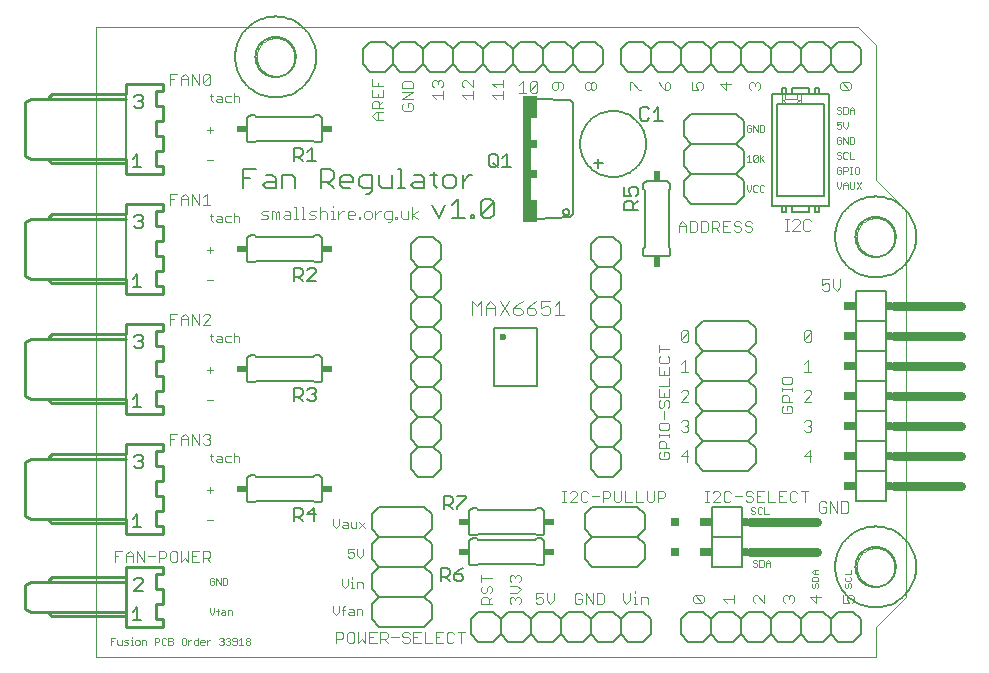
<source format=gto>
G75*
G70*
%OFA0B0*%
%FSLAX24Y24*%
%IPPOS*%
%LPD*%
%AMOC8*
5,1,8,0,0,1.08239X$1,22.5*
%
%ADD10C,0.0030*%
%ADD11C,0.0000*%
%ADD12C,0.0060*%
%ADD13C,0.0020*%
%ADD14R,0.0300X0.4200*%
%ADD15R,0.0200X0.0750*%
%ADD16R,0.0200X0.0300*%
%ADD17C,0.0050*%
%ADD18C,0.0300*%
%ADD19R,0.0400X0.0300*%
%ADD20C,0.0040*%
%ADD21R,0.0340X0.0240*%
%ADD22R,0.0240X0.0340*%
%ADD23C,0.0080*%
%ADD24C,0.0070*%
%ADD25C,0.0100*%
%ADD26C,0.0236*%
%ADD27R,0.0300X0.0300*%
D10*
X006346Y004661D02*
X006539Y004661D01*
X006442Y005564D02*
X006442Y005758D01*
X006346Y005661D02*
X006539Y005661D01*
X006542Y006616D02*
X006494Y006664D01*
X006494Y006858D01*
X006446Y006809D02*
X006542Y006809D01*
X006690Y006809D02*
X006787Y006809D01*
X006835Y006761D01*
X006835Y006616D01*
X006690Y006616D01*
X006642Y006664D01*
X006690Y006713D01*
X006835Y006713D01*
X006937Y006761D02*
X006937Y006664D01*
X006985Y006616D01*
X007130Y006616D01*
X007231Y006616D02*
X007231Y006906D01*
X007280Y006809D02*
X007376Y006809D01*
X007425Y006761D01*
X007425Y006616D01*
X007280Y006809D02*
X007231Y006761D01*
X007130Y006809D02*
X006985Y006809D01*
X006937Y006761D01*
X006539Y008661D02*
X006346Y008661D01*
X006442Y009564D02*
X006442Y009758D01*
X006346Y009661D02*
X006539Y009661D01*
X006542Y010616D02*
X006494Y010664D01*
X006494Y010858D01*
X006446Y010809D02*
X006542Y010809D01*
X006690Y010809D02*
X006787Y010809D01*
X006835Y010761D01*
X006835Y010616D01*
X006690Y010616D01*
X006642Y010664D01*
X006690Y010713D01*
X006835Y010713D01*
X006937Y010761D02*
X006937Y010664D01*
X006985Y010616D01*
X007130Y010616D01*
X007231Y010616D02*
X007231Y010906D01*
X007280Y010809D02*
X007376Y010809D01*
X007425Y010761D01*
X007425Y010616D01*
X007280Y010809D02*
X007231Y010761D01*
X007130Y010809D02*
X006985Y010809D01*
X006937Y010761D01*
X006539Y012661D02*
X006346Y012661D01*
X006442Y013564D02*
X006442Y013758D01*
X006346Y013661D02*
X006539Y013661D01*
X006542Y014616D02*
X006494Y014664D01*
X006494Y014858D01*
X006446Y014809D02*
X006542Y014809D01*
X006690Y014809D02*
X006787Y014809D01*
X006835Y014761D01*
X006835Y014616D01*
X006690Y014616D01*
X006642Y014664D01*
X006690Y014713D01*
X006835Y014713D01*
X006937Y014761D02*
X006937Y014664D01*
X006985Y014616D01*
X007130Y014616D01*
X007231Y014616D02*
X007231Y014906D01*
X007280Y014809D02*
X007376Y014809D01*
X007425Y014761D01*
X007425Y014616D01*
X007280Y014809D02*
X007231Y014761D01*
X007130Y014809D02*
X006985Y014809D01*
X006937Y014761D01*
X008146Y014716D02*
X008331Y014716D01*
X008392Y014777D01*
X008331Y014839D01*
X008207Y014839D01*
X008146Y014901D01*
X008207Y014963D01*
X008392Y014963D01*
X008514Y014963D02*
X008576Y014963D01*
X008637Y014901D01*
X008699Y014963D01*
X008761Y014901D01*
X008761Y014716D01*
X008637Y014716D02*
X008637Y014901D01*
X008514Y014963D02*
X008514Y014716D01*
X008882Y014777D02*
X008944Y014839D01*
X009129Y014839D01*
X009129Y014901D02*
X009129Y014716D01*
X008944Y014716D01*
X008882Y014777D01*
X008944Y014963D02*
X009067Y014963D01*
X009129Y014901D01*
X009250Y015086D02*
X009312Y015086D01*
X009312Y014716D01*
X009250Y014716D02*
X009374Y014716D01*
X009496Y014716D02*
X009619Y014716D01*
X009558Y014716D02*
X009558Y015086D01*
X009496Y015086D01*
X009741Y014901D02*
X009803Y014963D01*
X009988Y014963D01*
X010110Y014901D02*
X010171Y014963D01*
X010295Y014963D01*
X010357Y014901D01*
X010357Y014716D01*
X010478Y014716D02*
X010602Y014716D01*
X010540Y014716D02*
X010540Y014963D01*
X010478Y014963D01*
X010540Y015086D02*
X010540Y015148D01*
X010724Y014963D02*
X010724Y014716D01*
X010724Y014839D02*
X010847Y014963D01*
X010909Y014963D01*
X011031Y014901D02*
X011092Y014963D01*
X011216Y014963D01*
X011277Y014901D01*
X011277Y014839D01*
X011031Y014839D01*
X011031Y014777D02*
X011031Y014901D01*
X011031Y014777D02*
X011092Y014716D01*
X011216Y014716D01*
X011399Y014716D02*
X011461Y014716D01*
X011461Y014777D01*
X011399Y014777D01*
X011399Y014716D01*
X011583Y014777D02*
X011583Y014901D01*
X011645Y014963D01*
X011768Y014963D01*
X011830Y014901D01*
X011830Y014777D01*
X011768Y014716D01*
X011645Y014716D01*
X011583Y014777D01*
X011951Y014716D02*
X011951Y014963D01*
X011951Y014839D02*
X012075Y014963D01*
X012136Y014963D01*
X012258Y014901D02*
X012258Y014777D01*
X012320Y014716D01*
X012505Y014716D01*
X012505Y014654D02*
X012505Y014963D01*
X012320Y014963D01*
X012258Y014901D01*
X012505Y014654D02*
X012443Y014592D01*
X012382Y014592D01*
X012626Y014716D02*
X012688Y014716D01*
X012688Y014777D01*
X012626Y014777D01*
X012626Y014716D01*
X012811Y014777D02*
X012811Y014963D01*
X012811Y014777D02*
X012872Y014716D01*
X013057Y014716D01*
X013057Y014963D01*
X013179Y015086D02*
X013179Y014716D01*
X013179Y014839D02*
X013364Y014963D01*
X013179Y014839D02*
X013364Y014716D01*
X010110Y014716D02*
X010110Y015086D01*
X009927Y014839D02*
X009803Y014839D01*
X009741Y014901D01*
X009741Y014716D02*
X009927Y014716D01*
X009988Y014777D01*
X009927Y014839D01*
X006539Y016661D02*
X006346Y016661D01*
X006442Y017564D02*
X006442Y017758D01*
X006346Y017661D02*
X006539Y017661D01*
X006542Y018616D02*
X006494Y018664D01*
X006494Y018858D01*
X006446Y018809D02*
X006542Y018809D01*
X006690Y018809D02*
X006787Y018809D01*
X006835Y018761D01*
X006835Y018616D01*
X006690Y018616D01*
X006642Y018664D01*
X006690Y018713D01*
X006835Y018713D01*
X006937Y018761D02*
X006937Y018664D01*
X006985Y018616D01*
X007130Y018616D01*
X007231Y018616D02*
X007231Y018906D01*
X007280Y018809D02*
X007376Y018809D01*
X007425Y018761D01*
X007425Y018616D01*
X007280Y018809D02*
X007231Y018761D01*
X007130Y018809D02*
X006985Y018809D01*
X006937Y018761D01*
X011845Y018752D02*
X012216Y018752D01*
X012216Y018999D01*
X012216Y019121D02*
X011845Y019121D01*
X011845Y019368D01*
X012030Y019244D02*
X012030Y019121D01*
X011845Y018999D02*
X011845Y018752D01*
X011907Y018631D02*
X012030Y018631D01*
X012092Y018569D01*
X012092Y018384D01*
X012092Y018508D02*
X012216Y018631D01*
X012030Y018752D02*
X012030Y018876D01*
X011907Y018631D02*
X011845Y018569D01*
X011845Y018384D01*
X012216Y018384D01*
X012216Y018263D02*
X011969Y018263D01*
X011845Y018139D01*
X011969Y018016D01*
X012216Y018016D01*
X012030Y018016D02*
X012030Y018263D01*
X012845Y018377D02*
X012907Y018316D01*
X013154Y018316D01*
X013216Y018377D01*
X013216Y018501D01*
X013154Y018563D01*
X013030Y018563D01*
X013030Y018439D01*
X012907Y018563D02*
X012845Y018501D01*
X012845Y018377D01*
X012845Y018684D02*
X013216Y018931D01*
X012845Y018931D01*
X012845Y019052D02*
X012845Y019238D01*
X012907Y019299D01*
X013154Y019299D01*
X013216Y019238D01*
X013216Y019052D01*
X012845Y019052D01*
X012845Y018684D02*
X013216Y018684D01*
X013845Y018839D02*
X014216Y018839D01*
X014216Y018716D02*
X014216Y018963D01*
X014154Y019084D02*
X014216Y019146D01*
X014216Y019269D01*
X014154Y019331D01*
X014092Y019331D01*
X014030Y019269D01*
X014030Y019208D01*
X014030Y019269D02*
X013969Y019331D01*
X013907Y019331D01*
X013845Y019269D01*
X013845Y019146D01*
X013907Y019084D01*
X013845Y018839D02*
X013969Y018716D01*
X014845Y018839D02*
X015216Y018839D01*
X015216Y018716D02*
X015216Y018963D01*
X015216Y019084D02*
X014969Y019331D01*
X014907Y019331D01*
X014845Y019269D01*
X014845Y019146D01*
X014907Y019084D01*
X014845Y018839D02*
X014969Y018716D01*
X015216Y019084D02*
X015216Y019331D01*
X015845Y019208D02*
X016216Y019208D01*
X016216Y019331D02*
X016216Y019084D01*
X016216Y018963D02*
X016216Y018716D01*
X016216Y018839D02*
X015845Y018839D01*
X015969Y018716D01*
X015969Y019084D02*
X015845Y019208D01*
X016746Y019163D02*
X016869Y019286D01*
X016869Y018916D01*
X016746Y018916D02*
X016992Y018916D01*
X017114Y018977D02*
X017361Y019224D01*
X017361Y018977D01*
X017299Y018916D01*
X017176Y018916D01*
X017114Y018977D01*
X017114Y019224D01*
X017176Y019286D01*
X017299Y019286D01*
X017361Y019224D01*
X017845Y019201D02*
X017845Y019077D01*
X017907Y019016D01*
X017969Y019016D01*
X018030Y019077D01*
X018030Y019263D01*
X017907Y019263D02*
X017845Y019201D01*
X017907Y019263D02*
X018154Y019263D01*
X018216Y019201D01*
X018216Y019077D01*
X018154Y019016D01*
X018945Y019077D02*
X018945Y019201D01*
X019007Y019263D01*
X019069Y019263D01*
X019130Y019201D01*
X019130Y019077D01*
X019069Y019016D01*
X019007Y019016D01*
X018945Y019077D01*
X019130Y019077D02*
X019192Y019016D01*
X019254Y019016D01*
X019316Y019077D01*
X019316Y019201D01*
X019254Y019263D01*
X019192Y019263D01*
X019130Y019201D01*
X020444Y019257D02*
X020444Y019011D01*
X020444Y019257D02*
X020506Y019257D01*
X020753Y019011D01*
X020815Y019011D01*
X021419Y019257D02*
X021481Y019134D01*
X021605Y019011D01*
X021605Y019196D01*
X021666Y019257D01*
X021728Y019257D01*
X021790Y019196D01*
X021790Y019072D01*
X021728Y019011D01*
X021605Y019011D01*
X022519Y019011D02*
X022705Y019011D01*
X022643Y019134D01*
X022643Y019196D01*
X022705Y019257D01*
X022828Y019257D01*
X022890Y019196D01*
X022890Y019072D01*
X022828Y019011D01*
X022519Y019011D02*
X022519Y019257D01*
X023444Y019196D02*
X023630Y019011D01*
X023630Y019257D01*
X023815Y019196D02*
X023444Y019196D01*
X024419Y019196D02*
X024419Y019072D01*
X024481Y019011D01*
X024605Y019134D02*
X024605Y019196D01*
X024666Y019257D01*
X024728Y019257D01*
X024790Y019196D01*
X024790Y019072D01*
X024728Y019011D01*
X024605Y019196D02*
X024543Y019257D01*
X024481Y019257D01*
X024419Y019196D01*
X027444Y019196D02*
X027444Y019072D01*
X027506Y019011D01*
X027753Y019011D01*
X027506Y019257D01*
X027753Y019257D01*
X027815Y019196D01*
X027815Y019072D01*
X027753Y019011D01*
X027506Y019257D02*
X027444Y019196D01*
X026412Y014686D02*
X026289Y014686D01*
X026227Y014624D01*
X026227Y014377D01*
X026289Y014316D01*
X026412Y014316D01*
X026474Y014377D01*
X026106Y014316D02*
X025859Y014316D01*
X026106Y014563D01*
X026106Y014624D01*
X026044Y014686D01*
X025921Y014686D01*
X025859Y014624D01*
X025737Y014686D02*
X025613Y014686D01*
X025675Y014686D02*
X025675Y014316D01*
X025613Y014316D02*
X025737Y014316D01*
X026412Y014686D02*
X026474Y014624D01*
X026846Y012686D02*
X026846Y012501D01*
X026969Y012563D01*
X027031Y012563D01*
X027092Y012501D01*
X027092Y012377D01*
X027031Y012316D01*
X026907Y012316D01*
X026846Y012377D01*
X027214Y012439D02*
X027337Y012316D01*
X027461Y012439D01*
X027461Y012686D01*
X027214Y012686D02*
X027214Y012439D01*
X027092Y012686D02*
X026846Y012686D01*
X026431Y010986D02*
X026307Y010986D01*
X026246Y010924D01*
X026246Y010677D01*
X026492Y010924D01*
X026492Y010677D01*
X026431Y010616D01*
X026307Y010616D01*
X026246Y010677D01*
X026492Y010924D02*
X026431Y010986D01*
X026369Y009986D02*
X026246Y009863D01*
X026369Y009986D02*
X026369Y009616D01*
X026246Y009616D02*
X026492Y009616D01*
X026431Y008986D02*
X026307Y008986D01*
X026246Y008924D01*
X026431Y008986D02*
X026492Y008924D01*
X026492Y008863D01*
X026246Y008616D01*
X026492Y008616D01*
X026431Y007986D02*
X026307Y007986D01*
X026246Y007924D01*
X026369Y007801D02*
X026431Y007801D01*
X026492Y007739D01*
X026492Y007677D01*
X026431Y007616D01*
X026307Y007616D01*
X026246Y007677D01*
X026431Y007801D02*
X026492Y007863D01*
X026492Y007924D01*
X026431Y007986D01*
X026431Y006986D02*
X026246Y006801D01*
X026492Y006801D01*
X026431Y006616D02*
X026431Y006986D01*
X026807Y005286D02*
X026746Y005224D01*
X026746Y004977D01*
X026807Y004916D01*
X026931Y004916D01*
X026992Y004977D01*
X026992Y005101D01*
X026869Y005101D01*
X026992Y005224D02*
X026931Y005286D01*
X026807Y005286D01*
X027114Y005286D02*
X027361Y004916D01*
X027361Y005286D01*
X027482Y005286D02*
X027667Y005286D01*
X027729Y005224D01*
X027729Y004977D01*
X027667Y004916D01*
X027482Y004916D01*
X027482Y005286D01*
X027114Y005286D02*
X027114Y004916D01*
X027545Y002163D02*
X027545Y001916D01*
X027730Y001916D01*
X027669Y002039D01*
X027669Y002101D01*
X027730Y002163D01*
X027854Y002163D01*
X027916Y002101D01*
X027916Y001977D01*
X027854Y001916D01*
X026816Y002101D02*
X026445Y002101D01*
X026630Y001916D01*
X026630Y002163D01*
X025916Y002101D02*
X025916Y001977D01*
X025854Y001916D01*
X025730Y002039D02*
X025730Y002101D01*
X025792Y002163D01*
X025854Y002163D01*
X025916Y002101D01*
X025730Y002101D02*
X025669Y002163D01*
X025607Y002163D01*
X025545Y002101D01*
X025545Y001977D01*
X025607Y001916D01*
X024916Y001916D02*
X024669Y002163D01*
X024607Y002163D01*
X024545Y002101D01*
X024545Y001977D01*
X024607Y001916D01*
X024916Y001916D02*
X024916Y002163D01*
X023916Y002163D02*
X023916Y001916D01*
X023916Y002039D02*
X023545Y002039D01*
X023669Y001916D01*
X022916Y001977D02*
X022854Y001916D01*
X022607Y002163D01*
X022854Y002163D01*
X022916Y002101D01*
X022916Y001977D01*
X022854Y001916D02*
X022607Y001916D01*
X022545Y001977D01*
X022545Y002101D01*
X022607Y002163D01*
X021060Y002046D02*
X021060Y001861D01*
X021060Y002046D02*
X020998Y002107D01*
X020813Y002107D01*
X020813Y001861D01*
X020691Y001861D02*
X020567Y001861D01*
X020629Y001861D02*
X020629Y002107D01*
X020567Y002107D01*
X020629Y002231D02*
X020629Y002293D01*
X020446Y002231D02*
X020446Y001984D01*
X020322Y001861D01*
X020199Y001984D01*
X020199Y002231D01*
X019582Y002169D02*
X019582Y001922D01*
X019521Y001861D01*
X019335Y001861D01*
X019335Y002231D01*
X019521Y002231D01*
X019582Y002169D01*
X019214Y002231D02*
X019214Y001861D01*
X018967Y002231D01*
X018967Y001861D01*
X018846Y001922D02*
X018846Y002046D01*
X018722Y002046D01*
X018599Y002169D02*
X018599Y001922D01*
X018661Y001861D01*
X018784Y001861D01*
X018846Y001922D01*
X018846Y002169D02*
X018784Y002231D01*
X018661Y002231D01*
X018599Y002169D01*
X017914Y002231D02*
X017914Y001984D01*
X017791Y001861D01*
X017667Y001984D01*
X017667Y002231D01*
X017546Y002231D02*
X017299Y002231D01*
X017299Y002046D01*
X017422Y002107D01*
X017484Y002107D01*
X017546Y002046D01*
X017546Y001922D01*
X017484Y001861D01*
X017361Y001861D01*
X017299Y001922D01*
X016804Y001922D02*
X016742Y001861D01*
X016804Y001922D02*
X016804Y002046D01*
X016742Y002107D01*
X016680Y002107D01*
X016619Y002046D01*
X016619Y001984D01*
X016619Y002046D02*
X016557Y002107D01*
X016495Y002107D01*
X016434Y002046D01*
X016434Y001922D01*
X016495Y001861D01*
X016434Y002229D02*
X016680Y002229D01*
X016804Y002352D01*
X016680Y002476D01*
X016434Y002476D01*
X016495Y002597D02*
X016434Y002659D01*
X016434Y002782D01*
X016495Y002844D01*
X016557Y002844D01*
X016619Y002782D01*
X016680Y002844D01*
X016742Y002844D01*
X016804Y002782D01*
X016804Y002659D01*
X016742Y002597D01*
X016619Y002721D02*
X016619Y002782D01*
X015854Y002721D02*
X015484Y002721D01*
X015484Y002844D02*
X015484Y002597D01*
X015545Y002476D02*
X015484Y002414D01*
X015484Y002291D01*
X015545Y002229D01*
X015607Y002229D01*
X015669Y002291D01*
X015669Y002414D01*
X015730Y002476D01*
X015792Y002476D01*
X015854Y002414D01*
X015854Y002291D01*
X015792Y002229D01*
X015854Y002107D02*
X015730Y001984D01*
X015730Y002046D02*
X015730Y001861D01*
X015854Y001861D02*
X015484Y001861D01*
X015484Y002046D01*
X015545Y002107D01*
X015669Y002107D01*
X015730Y002046D01*
X011530Y002416D02*
X011530Y002561D01*
X011482Y002609D01*
X011337Y002609D01*
X011337Y002416D01*
X011237Y002416D02*
X011140Y002416D01*
X011189Y002416D02*
X011189Y002609D01*
X011140Y002609D01*
X011189Y002706D02*
X011189Y002754D01*
X011039Y002706D02*
X011039Y002513D01*
X010942Y002416D01*
X010846Y002513D01*
X010846Y002706D01*
X011094Y003416D02*
X011046Y003464D01*
X011094Y003416D02*
X011191Y003416D01*
X011239Y003464D01*
X011239Y003561D01*
X011191Y003609D01*
X011142Y003609D01*
X011046Y003561D01*
X011046Y003706D01*
X011239Y003706D01*
X011340Y003706D02*
X011340Y003513D01*
X011437Y003416D01*
X011534Y003513D01*
X011534Y003706D01*
X011623Y004416D02*
X011429Y004609D01*
X011328Y004609D02*
X011328Y004416D01*
X011183Y004416D01*
X011135Y004464D01*
X011135Y004609D01*
X011034Y004561D02*
X011034Y004416D01*
X010889Y004416D01*
X010840Y004464D01*
X010889Y004513D01*
X011034Y004513D01*
X011034Y004561D02*
X010985Y004609D01*
X010889Y004609D01*
X010739Y004513D02*
X010739Y004706D01*
X010546Y004706D02*
X010546Y004513D01*
X010642Y004416D01*
X010739Y004513D01*
X011429Y004416D02*
X011623Y004609D01*
X010937Y001806D02*
X010889Y001758D01*
X010889Y001516D01*
X010937Y001661D02*
X010840Y001661D01*
X010739Y001613D02*
X010642Y001516D01*
X010546Y001613D01*
X010546Y001806D01*
X010739Y001806D02*
X010739Y001613D01*
X011037Y001564D02*
X011085Y001516D01*
X011230Y001516D01*
X011230Y001661D01*
X011182Y001709D01*
X011085Y001709D01*
X011085Y001613D02*
X011230Y001613D01*
X011331Y001709D02*
X011476Y001709D01*
X011525Y001661D01*
X011525Y001516D01*
X011331Y001516D02*
X011331Y001709D01*
X011085Y001613D02*
X011037Y001564D01*
X022146Y006801D02*
X022392Y006801D01*
X022331Y006616D02*
X022331Y006986D01*
X022146Y006801D01*
X022207Y007616D02*
X022146Y007677D01*
X022207Y007616D02*
X022331Y007616D01*
X022392Y007677D01*
X022392Y007739D01*
X022331Y007801D01*
X022269Y007801D01*
X022331Y007801D02*
X022392Y007863D01*
X022392Y007924D01*
X022331Y007986D01*
X022207Y007986D01*
X022146Y007924D01*
X022146Y008616D02*
X022392Y008863D01*
X022392Y008924D01*
X022331Y008986D01*
X022207Y008986D01*
X022146Y008924D01*
X022146Y008616D02*
X022392Y008616D01*
X022392Y009616D02*
X022146Y009616D01*
X022269Y009616D02*
X022269Y009986D01*
X022146Y009863D01*
X022207Y010616D02*
X022146Y010677D01*
X022392Y010924D01*
X022392Y010677D01*
X022331Y010616D01*
X022207Y010616D01*
X022146Y010677D02*
X022146Y010924D01*
X022207Y010986D01*
X022331Y010986D01*
X022392Y010924D01*
D11*
X028001Y014101D02*
X028003Y014151D01*
X028009Y014201D01*
X028019Y014250D01*
X028033Y014298D01*
X028050Y014345D01*
X028071Y014390D01*
X028096Y014434D01*
X028124Y014475D01*
X028156Y014514D01*
X028190Y014551D01*
X028227Y014585D01*
X028267Y014615D01*
X028309Y014642D01*
X028353Y014666D01*
X028399Y014687D01*
X028446Y014703D01*
X028494Y014716D01*
X028544Y014725D01*
X028593Y014730D01*
X028644Y014731D01*
X028694Y014728D01*
X028743Y014721D01*
X028792Y014710D01*
X028840Y014695D01*
X028886Y014677D01*
X028931Y014655D01*
X028974Y014629D01*
X029015Y014600D01*
X029054Y014568D01*
X029090Y014533D01*
X029122Y014495D01*
X029152Y014455D01*
X029179Y014412D01*
X029202Y014368D01*
X029221Y014322D01*
X029237Y014274D01*
X029249Y014225D01*
X029257Y014176D01*
X029261Y014126D01*
X029261Y014076D01*
X029257Y014026D01*
X029249Y013977D01*
X029237Y013928D01*
X029221Y013880D01*
X029202Y013834D01*
X029179Y013790D01*
X029152Y013747D01*
X029122Y013707D01*
X029090Y013669D01*
X029054Y013634D01*
X029015Y013602D01*
X028974Y013573D01*
X028931Y013547D01*
X028886Y013525D01*
X028840Y013507D01*
X028792Y013492D01*
X028743Y013481D01*
X028694Y013474D01*
X028644Y013471D01*
X028593Y013472D01*
X028544Y013477D01*
X028494Y013486D01*
X028446Y013499D01*
X028399Y013515D01*
X028353Y013536D01*
X028309Y013560D01*
X028267Y013587D01*
X028227Y013617D01*
X028190Y013651D01*
X028156Y013688D01*
X028124Y013727D01*
X028096Y013768D01*
X028071Y013812D01*
X028050Y013857D01*
X028033Y013904D01*
X028019Y013952D01*
X028009Y014001D01*
X028003Y014051D01*
X028001Y014101D01*
X029631Y015001D02*
X029631Y002101D01*
X028631Y001101D01*
X028631Y000101D01*
X002631Y000101D01*
X002631Y021101D01*
X028031Y021101D01*
X028631Y020501D01*
X028631Y016001D01*
X029631Y015001D01*
X028001Y003101D02*
X028003Y003151D01*
X028009Y003201D01*
X028019Y003250D01*
X028033Y003298D01*
X028050Y003345D01*
X028071Y003390D01*
X028096Y003434D01*
X028124Y003475D01*
X028156Y003514D01*
X028190Y003551D01*
X028227Y003585D01*
X028267Y003615D01*
X028309Y003642D01*
X028353Y003666D01*
X028399Y003687D01*
X028446Y003703D01*
X028494Y003716D01*
X028544Y003725D01*
X028593Y003730D01*
X028644Y003731D01*
X028694Y003728D01*
X028743Y003721D01*
X028792Y003710D01*
X028840Y003695D01*
X028886Y003677D01*
X028931Y003655D01*
X028974Y003629D01*
X029015Y003600D01*
X029054Y003568D01*
X029090Y003533D01*
X029122Y003495D01*
X029152Y003455D01*
X029179Y003412D01*
X029202Y003368D01*
X029221Y003322D01*
X029237Y003274D01*
X029249Y003225D01*
X029257Y003176D01*
X029261Y003126D01*
X029261Y003076D01*
X029257Y003026D01*
X029249Y002977D01*
X029237Y002928D01*
X029221Y002880D01*
X029202Y002834D01*
X029179Y002790D01*
X029152Y002747D01*
X029122Y002707D01*
X029090Y002669D01*
X029054Y002634D01*
X029015Y002602D01*
X028974Y002573D01*
X028931Y002547D01*
X028886Y002525D01*
X028840Y002507D01*
X028792Y002492D01*
X028743Y002481D01*
X028694Y002474D01*
X028644Y002471D01*
X028593Y002472D01*
X028544Y002477D01*
X028494Y002486D01*
X028446Y002499D01*
X028399Y002515D01*
X028353Y002536D01*
X028309Y002560D01*
X028267Y002587D01*
X028227Y002617D01*
X028190Y002651D01*
X028156Y002688D01*
X028124Y002727D01*
X028096Y002768D01*
X028071Y002812D01*
X028050Y002857D01*
X028033Y002904D01*
X028019Y002952D01*
X028009Y003001D01*
X028003Y003051D01*
X028001Y003101D01*
X008001Y020101D02*
X008003Y020151D01*
X008009Y020201D01*
X008019Y020250D01*
X008033Y020298D01*
X008050Y020345D01*
X008071Y020390D01*
X008096Y020434D01*
X008124Y020475D01*
X008156Y020514D01*
X008190Y020551D01*
X008227Y020585D01*
X008267Y020615D01*
X008309Y020642D01*
X008353Y020666D01*
X008399Y020687D01*
X008446Y020703D01*
X008494Y020716D01*
X008544Y020725D01*
X008593Y020730D01*
X008644Y020731D01*
X008694Y020728D01*
X008743Y020721D01*
X008792Y020710D01*
X008840Y020695D01*
X008886Y020677D01*
X008931Y020655D01*
X008974Y020629D01*
X009015Y020600D01*
X009054Y020568D01*
X009090Y020533D01*
X009122Y020495D01*
X009152Y020455D01*
X009179Y020412D01*
X009202Y020368D01*
X009221Y020322D01*
X009237Y020274D01*
X009249Y020225D01*
X009257Y020176D01*
X009261Y020126D01*
X009261Y020076D01*
X009257Y020026D01*
X009249Y019977D01*
X009237Y019928D01*
X009221Y019880D01*
X009202Y019834D01*
X009179Y019790D01*
X009152Y019747D01*
X009122Y019707D01*
X009090Y019669D01*
X009054Y019634D01*
X009015Y019602D01*
X008974Y019573D01*
X008931Y019547D01*
X008886Y019525D01*
X008840Y019507D01*
X008792Y019492D01*
X008743Y019481D01*
X008694Y019474D01*
X008644Y019471D01*
X008593Y019472D01*
X008544Y019477D01*
X008494Y019486D01*
X008446Y019499D01*
X008399Y019515D01*
X008353Y019536D01*
X008309Y019560D01*
X008267Y019587D01*
X008227Y019617D01*
X008190Y019651D01*
X008156Y019688D01*
X008124Y019727D01*
X008096Y019768D01*
X008071Y019812D01*
X008050Y019857D01*
X008033Y019904D01*
X008019Y019952D01*
X008009Y020001D01*
X008003Y020051D01*
X008001Y020101D01*
D12*
X007281Y020101D02*
X007283Y020174D01*
X007289Y020247D01*
X007299Y020319D01*
X007313Y020391D01*
X007330Y020462D01*
X007352Y020532D01*
X007377Y020601D01*
X007406Y020668D01*
X007438Y020733D01*
X007474Y020797D01*
X007514Y020859D01*
X007556Y020918D01*
X007602Y020975D01*
X007651Y021029D01*
X007703Y021081D01*
X007757Y021130D01*
X007814Y021176D01*
X007873Y021218D01*
X007935Y021258D01*
X007999Y021294D01*
X008064Y021326D01*
X008131Y021355D01*
X008200Y021380D01*
X008270Y021402D01*
X008341Y021419D01*
X008413Y021433D01*
X008485Y021443D01*
X008558Y021449D01*
X008631Y021451D01*
X008704Y021449D01*
X008777Y021443D01*
X008849Y021433D01*
X008921Y021419D01*
X008992Y021402D01*
X009062Y021380D01*
X009131Y021355D01*
X009198Y021326D01*
X009263Y021294D01*
X009327Y021258D01*
X009389Y021218D01*
X009448Y021176D01*
X009505Y021130D01*
X009559Y021081D01*
X009611Y021029D01*
X009660Y020975D01*
X009706Y020918D01*
X009748Y020859D01*
X009788Y020797D01*
X009824Y020733D01*
X009856Y020668D01*
X009885Y020601D01*
X009910Y020532D01*
X009932Y020462D01*
X009949Y020391D01*
X009963Y020319D01*
X009973Y020247D01*
X009979Y020174D01*
X009981Y020101D01*
X009979Y020028D01*
X009973Y019955D01*
X009963Y019883D01*
X009949Y019811D01*
X009932Y019740D01*
X009910Y019670D01*
X009885Y019601D01*
X009856Y019534D01*
X009824Y019469D01*
X009788Y019405D01*
X009748Y019343D01*
X009706Y019284D01*
X009660Y019227D01*
X009611Y019173D01*
X009559Y019121D01*
X009505Y019072D01*
X009448Y019026D01*
X009389Y018984D01*
X009327Y018944D01*
X009263Y018908D01*
X009198Y018876D01*
X009131Y018847D01*
X009062Y018822D01*
X008992Y018800D01*
X008921Y018783D01*
X008849Y018769D01*
X008777Y018759D01*
X008704Y018753D01*
X008631Y018751D01*
X008558Y018753D01*
X008485Y018759D01*
X008413Y018769D01*
X008341Y018783D01*
X008270Y018800D01*
X008200Y018822D01*
X008131Y018847D01*
X008064Y018876D01*
X007999Y018908D01*
X007935Y018944D01*
X007873Y018984D01*
X007814Y019026D01*
X007757Y019072D01*
X007703Y019121D01*
X007651Y019173D01*
X007602Y019227D01*
X007556Y019284D01*
X007514Y019343D01*
X007474Y019405D01*
X007438Y019469D01*
X007406Y019534D01*
X007377Y019601D01*
X007352Y019670D01*
X007330Y019740D01*
X007313Y019811D01*
X007299Y019883D01*
X007289Y019955D01*
X007283Y020028D01*
X007281Y020101D01*
X007781Y018151D02*
X007931Y018151D01*
X007981Y018101D01*
X009881Y018101D01*
X009931Y018151D01*
X010081Y018151D01*
X010098Y018149D01*
X010115Y018145D01*
X010131Y018138D01*
X010145Y018128D01*
X010158Y018115D01*
X010168Y018101D01*
X010175Y018085D01*
X010179Y018068D01*
X010181Y018051D01*
X010181Y017351D01*
X010179Y017334D01*
X010175Y017317D01*
X010168Y017301D01*
X010158Y017287D01*
X010145Y017274D01*
X010131Y017264D01*
X010115Y017257D01*
X010098Y017253D01*
X010081Y017251D01*
X009931Y017251D01*
X009881Y017301D01*
X007981Y017301D01*
X007931Y017251D01*
X007781Y017251D01*
X007764Y017253D01*
X007747Y017257D01*
X007731Y017264D01*
X007717Y017274D01*
X007704Y017287D01*
X007694Y017301D01*
X007687Y017317D01*
X007683Y017334D01*
X007681Y017351D01*
X007681Y018051D01*
X007683Y018068D01*
X007687Y018085D01*
X007694Y018101D01*
X007704Y018115D01*
X007717Y018128D01*
X007731Y018138D01*
X007747Y018145D01*
X007764Y018149D01*
X007781Y018151D01*
X007988Y016371D02*
X007561Y016371D01*
X007561Y015731D01*
X007561Y016051D02*
X007774Y016051D01*
X008205Y015838D02*
X008312Y015944D01*
X008632Y015944D01*
X008632Y016051D02*
X008632Y015731D01*
X008312Y015731D01*
X008205Y015838D01*
X008312Y016158D02*
X008525Y016158D01*
X008632Y016051D01*
X008850Y016158D02*
X008850Y015731D01*
X009277Y015731D02*
X009277Y016051D01*
X009170Y016158D01*
X008850Y016158D01*
X010139Y016371D02*
X010139Y015731D01*
X010139Y015944D02*
X010459Y015944D01*
X010566Y016051D01*
X010566Y016265D01*
X010459Y016371D01*
X010139Y016371D01*
X010352Y015944D02*
X010566Y015731D01*
X010783Y015838D02*
X010783Y016051D01*
X010890Y016158D01*
X011103Y016158D01*
X011210Y016051D01*
X011210Y015944D01*
X010783Y015944D01*
X010783Y015838D02*
X010890Y015731D01*
X011103Y015731D01*
X011428Y015838D02*
X011534Y015731D01*
X011855Y015731D01*
X011855Y015624D02*
X011855Y016158D01*
X011534Y016158D01*
X011428Y016051D01*
X011428Y015838D01*
X011641Y015517D02*
X011748Y015517D01*
X011855Y015624D01*
X012072Y015838D02*
X012179Y015731D01*
X012499Y015731D01*
X012499Y016158D01*
X012717Y016371D02*
X012824Y016371D01*
X012824Y015731D01*
X012930Y015731D02*
X012717Y015731D01*
X013146Y015838D02*
X013253Y015944D01*
X013573Y015944D01*
X013573Y016051D02*
X013573Y015731D01*
X013253Y015731D01*
X013146Y015838D01*
X013467Y016158D02*
X013573Y016051D01*
X013467Y016158D02*
X013253Y016158D01*
X013791Y016158D02*
X014004Y016158D01*
X013898Y016265D02*
X013898Y015838D01*
X014004Y015731D01*
X014221Y015838D02*
X014327Y015731D01*
X014541Y015731D01*
X014648Y015838D01*
X014648Y016051D01*
X014541Y016158D01*
X014327Y016158D01*
X014221Y016051D01*
X014221Y015838D01*
X014865Y015944D02*
X015079Y016158D01*
X015185Y016158D01*
X014865Y016158D02*
X014865Y015731D01*
X014719Y015371D02*
X014719Y014731D01*
X014932Y014731D02*
X014505Y014731D01*
X014074Y014731D02*
X014288Y015158D01*
X014505Y015158D02*
X014719Y015371D01*
X015150Y014838D02*
X015256Y014838D01*
X015256Y014731D01*
X015150Y014731D01*
X015150Y014838D01*
X015472Y014838D02*
X015472Y015265D01*
X015579Y015371D01*
X015792Y015371D01*
X015899Y015265D01*
X015472Y014838D01*
X015579Y014731D01*
X015792Y014731D01*
X015899Y014838D01*
X015899Y015265D01*
X017306Y014701D02*
X018456Y014751D01*
X018556Y014851D01*
X018556Y018551D01*
X018456Y018651D01*
X017306Y018701D01*
X017281Y019601D02*
X016781Y019601D01*
X016531Y019851D01*
X016281Y019601D01*
X015781Y019601D01*
X015531Y019851D01*
X015281Y019601D01*
X014781Y019601D01*
X014531Y019851D01*
X014281Y019601D01*
X013781Y019601D01*
X013531Y019851D01*
X013281Y019601D01*
X012781Y019601D01*
X012531Y019851D01*
X012281Y019601D01*
X011781Y019601D01*
X011531Y019851D01*
X011531Y020351D01*
X011781Y020601D01*
X012281Y020601D01*
X012531Y020351D01*
X012781Y020601D01*
X013281Y020601D01*
X013531Y020351D01*
X013531Y019851D01*
X013531Y020351D02*
X013781Y020601D01*
X014281Y020601D01*
X014531Y020351D01*
X014781Y020601D01*
X015281Y020601D01*
X015531Y020351D01*
X015781Y020601D01*
X016281Y020601D01*
X016531Y020351D01*
X016531Y019851D01*
X016531Y020351D02*
X016781Y020601D01*
X017281Y020601D01*
X017531Y020351D01*
X017781Y020601D01*
X018281Y020601D01*
X018531Y020351D01*
X018781Y020601D01*
X019281Y020601D01*
X019531Y020351D01*
X019531Y019851D01*
X019281Y019601D01*
X018781Y019601D01*
X018531Y019851D01*
X018281Y019601D01*
X017781Y019601D01*
X017531Y019851D01*
X017281Y019601D01*
X017531Y019851D02*
X017531Y020351D01*
X018531Y020351D02*
X018531Y019851D01*
X020131Y019851D02*
X020381Y019601D01*
X020881Y019601D01*
X021131Y019851D01*
X021381Y019601D01*
X021881Y019601D01*
X022131Y019851D01*
X022131Y020351D01*
X021881Y020601D01*
X021381Y020601D01*
X021131Y020351D01*
X021131Y019851D01*
X021131Y020351D02*
X020881Y020601D01*
X020381Y020601D01*
X020131Y020351D01*
X020131Y019851D01*
X022131Y019851D02*
X022381Y019601D01*
X022881Y019601D01*
X023131Y019851D01*
X023381Y019601D01*
X023881Y019601D01*
X024131Y019851D01*
X024381Y019601D01*
X024881Y019601D01*
X025131Y019851D01*
X025131Y020351D01*
X024881Y020601D01*
X024381Y020601D01*
X024131Y020351D01*
X024131Y019851D01*
X024131Y020351D02*
X023881Y020601D01*
X023381Y020601D01*
X023131Y020351D01*
X023131Y019851D01*
X023131Y020351D02*
X022881Y020601D01*
X022381Y020601D01*
X022131Y020351D01*
X022481Y018201D02*
X023981Y018201D01*
X024231Y017951D01*
X024231Y017451D01*
X023981Y017201D01*
X022481Y017201D01*
X022231Y017451D01*
X022231Y017951D01*
X022481Y018201D01*
X022481Y017201D02*
X022231Y016951D01*
X022231Y016451D01*
X022481Y016201D01*
X023981Y016201D01*
X024231Y016451D01*
X024231Y016951D01*
X023981Y017201D01*
X023981Y016201D02*
X024231Y015951D01*
X024231Y015451D01*
X023981Y015201D01*
X022481Y015201D01*
X022231Y015451D01*
X022231Y015951D01*
X022481Y016201D01*
X021781Y015851D02*
X021781Y015701D01*
X021731Y015651D01*
X021731Y013751D01*
X021781Y013701D01*
X021781Y013551D01*
X021779Y013534D01*
X021775Y013517D01*
X021768Y013501D01*
X021758Y013487D01*
X021745Y013474D01*
X021731Y013464D01*
X021715Y013457D01*
X021698Y013453D01*
X021681Y013451D01*
X020981Y013451D01*
X020964Y013453D01*
X020947Y013457D01*
X020931Y013464D01*
X020917Y013474D01*
X020904Y013487D01*
X020894Y013501D01*
X020887Y013517D01*
X020883Y013534D01*
X020881Y013551D01*
X020881Y013701D01*
X020931Y013751D01*
X020931Y015651D01*
X020881Y015701D01*
X020881Y015851D01*
X020883Y015868D01*
X020887Y015885D01*
X020894Y015901D01*
X020904Y015915D01*
X020917Y015928D01*
X020931Y015938D01*
X020947Y015945D01*
X020964Y015949D01*
X020981Y015951D01*
X021681Y015951D01*
X021698Y015949D01*
X021715Y015945D01*
X021731Y015938D01*
X021745Y015928D01*
X021758Y015915D01*
X021768Y015901D01*
X021775Y015885D01*
X021779Y015868D01*
X021781Y015851D01*
X018781Y017201D02*
X018783Y017267D01*
X018789Y017332D01*
X018799Y017397D01*
X018812Y017462D01*
X018830Y017525D01*
X018851Y017588D01*
X018876Y017648D01*
X018905Y017708D01*
X018937Y017765D01*
X018972Y017821D01*
X019011Y017874D01*
X019053Y017925D01*
X019097Y017973D01*
X019145Y018018D01*
X019195Y018061D01*
X019248Y018100D01*
X019303Y018137D01*
X019360Y018170D01*
X019419Y018199D01*
X019479Y018225D01*
X019541Y018247D01*
X019604Y018266D01*
X019668Y018280D01*
X019733Y018291D01*
X019799Y018298D01*
X019865Y018301D01*
X019930Y018300D01*
X019996Y018295D01*
X020061Y018286D01*
X020126Y018273D01*
X020189Y018257D01*
X020252Y018237D01*
X020313Y018212D01*
X020373Y018185D01*
X020431Y018154D01*
X020487Y018119D01*
X020541Y018081D01*
X020592Y018040D01*
X020641Y017996D01*
X020687Y017949D01*
X020731Y017900D01*
X020771Y017848D01*
X020808Y017793D01*
X020842Y017737D01*
X020872Y017678D01*
X020899Y017618D01*
X020922Y017557D01*
X020941Y017494D01*
X020957Y017430D01*
X020969Y017365D01*
X020977Y017300D01*
X020981Y017234D01*
X020981Y017168D01*
X020977Y017102D01*
X020969Y017037D01*
X020957Y016972D01*
X020941Y016908D01*
X020922Y016845D01*
X020899Y016784D01*
X020872Y016724D01*
X020842Y016665D01*
X020808Y016609D01*
X020771Y016554D01*
X020731Y016502D01*
X020687Y016453D01*
X020641Y016406D01*
X020592Y016362D01*
X020541Y016321D01*
X020487Y016283D01*
X020431Y016248D01*
X020373Y016217D01*
X020313Y016190D01*
X020252Y016165D01*
X020189Y016145D01*
X020126Y016129D01*
X020061Y016116D01*
X019996Y016107D01*
X019930Y016102D01*
X019865Y016101D01*
X019799Y016104D01*
X019733Y016111D01*
X019668Y016122D01*
X019604Y016136D01*
X019541Y016155D01*
X019479Y016177D01*
X019419Y016203D01*
X019360Y016232D01*
X019303Y016265D01*
X019248Y016302D01*
X019195Y016341D01*
X019145Y016384D01*
X019097Y016429D01*
X019053Y016477D01*
X019011Y016528D01*
X018972Y016581D01*
X018937Y016637D01*
X018905Y016694D01*
X018876Y016754D01*
X018851Y016814D01*
X018830Y016877D01*
X018812Y016940D01*
X018799Y017005D01*
X018789Y017070D01*
X018783Y017135D01*
X018781Y017201D01*
X019381Y016701D02*
X019381Y016551D01*
X019231Y016551D01*
X019381Y016551D02*
X019531Y016551D01*
X019381Y016551D02*
X019381Y016401D01*
X018216Y014931D02*
X018218Y014951D01*
X018224Y014969D01*
X018233Y014987D01*
X018245Y015002D01*
X018260Y015014D01*
X018278Y015023D01*
X018296Y015029D01*
X018316Y015031D01*
X018336Y015029D01*
X018354Y015023D01*
X018372Y015014D01*
X018387Y015002D01*
X018399Y014987D01*
X018408Y014969D01*
X018414Y014951D01*
X018416Y014931D01*
X018414Y014911D01*
X018408Y014893D01*
X018399Y014875D01*
X018387Y014860D01*
X018372Y014848D01*
X018354Y014839D01*
X018336Y014833D01*
X018316Y014831D01*
X018296Y014833D01*
X018278Y014839D01*
X018260Y014848D01*
X018245Y014860D01*
X018233Y014875D01*
X018224Y014893D01*
X018218Y014911D01*
X018216Y014931D01*
X019131Y013851D02*
X019381Y014101D01*
X019881Y014101D01*
X020131Y013851D01*
X020131Y013351D01*
X019881Y013101D01*
X020131Y012851D01*
X020131Y012351D01*
X019881Y012101D01*
X020131Y011851D01*
X020131Y011351D01*
X019881Y011101D01*
X020131Y010851D01*
X020131Y010351D01*
X019881Y010101D01*
X020131Y009851D01*
X020131Y009351D01*
X019881Y009101D01*
X020131Y008851D01*
X020131Y008351D01*
X019881Y008101D01*
X020131Y007851D01*
X020131Y007351D01*
X019881Y007101D01*
X020131Y006851D01*
X020131Y006351D01*
X019881Y006101D01*
X019381Y006101D01*
X019131Y006351D01*
X019131Y006851D01*
X019381Y007101D01*
X019131Y007351D01*
X019131Y007851D01*
X019381Y008101D01*
X019881Y008101D01*
X019381Y008101D02*
X019131Y008351D01*
X019131Y008851D01*
X019381Y009101D01*
X019131Y009351D01*
X019131Y009851D01*
X019381Y010101D01*
X019131Y010351D01*
X019131Y010851D01*
X019381Y011101D01*
X019881Y011101D01*
X019381Y011101D02*
X019131Y011351D01*
X019131Y011851D01*
X019381Y012101D01*
X019131Y012351D01*
X019131Y012851D01*
X019381Y013101D01*
X019131Y013351D01*
X019131Y013851D01*
X019381Y013101D02*
X019881Y013101D01*
X019881Y012101D02*
X019381Y012101D01*
X019381Y010101D02*
X019881Y010101D01*
X019881Y009101D02*
X019381Y009101D01*
X019381Y007101D02*
X019881Y007101D01*
X019181Y005101D02*
X020681Y005101D01*
X020931Y004851D01*
X020931Y004351D01*
X020681Y004101D01*
X019181Y004101D01*
X018931Y004351D01*
X018931Y004851D01*
X019181Y005101D01*
X019181Y004101D02*
X018931Y003851D01*
X018931Y003351D01*
X019181Y003101D01*
X020681Y003101D01*
X020931Y003351D01*
X020931Y003851D01*
X020681Y004101D01*
X023181Y004101D02*
X023181Y003101D01*
X024181Y003101D01*
X024181Y004101D01*
X024181Y005101D01*
X023181Y005101D01*
X023181Y004101D01*
X024181Y004101D01*
X024381Y006301D02*
X022881Y006301D01*
X022631Y006551D01*
X022631Y007051D01*
X022881Y007301D01*
X024381Y007301D01*
X024631Y007051D01*
X024631Y006551D01*
X024381Y006301D01*
X024381Y007301D02*
X024631Y007551D01*
X024631Y008051D01*
X024381Y008301D01*
X022881Y008301D01*
X022631Y008051D01*
X022631Y007551D01*
X022881Y007301D01*
X022881Y008301D02*
X022631Y008551D01*
X022631Y009051D01*
X022881Y009301D01*
X024381Y009301D01*
X024631Y009051D01*
X024631Y008551D01*
X024381Y008301D01*
X024381Y009301D02*
X024631Y009551D01*
X024631Y010051D01*
X024381Y010301D01*
X022881Y010301D01*
X022631Y010051D01*
X022631Y009551D01*
X022881Y009301D01*
X022881Y010301D02*
X022631Y010551D01*
X022631Y011051D01*
X022881Y011301D01*
X024381Y011301D01*
X024631Y011051D01*
X024631Y010551D01*
X024381Y010301D01*
X027981Y010301D02*
X027981Y009301D01*
X027981Y008301D01*
X027981Y007301D01*
X027981Y006301D01*
X027981Y005301D01*
X028981Y005301D01*
X028981Y006301D01*
X028981Y007301D01*
X028981Y008301D01*
X028981Y009301D01*
X028981Y010301D01*
X028981Y011301D01*
X028981Y012301D01*
X027981Y012301D01*
X027981Y011301D01*
X027981Y010301D01*
X028981Y010301D01*
X028981Y011301D02*
X027981Y011301D01*
X027981Y009301D02*
X028981Y009301D01*
X028981Y008301D02*
X027981Y008301D01*
X027981Y007301D02*
X028981Y007301D01*
X028981Y006301D02*
X027981Y006301D01*
X027281Y003101D02*
X027283Y003174D01*
X027289Y003247D01*
X027299Y003319D01*
X027313Y003391D01*
X027330Y003462D01*
X027352Y003532D01*
X027377Y003601D01*
X027406Y003668D01*
X027438Y003733D01*
X027474Y003797D01*
X027514Y003859D01*
X027556Y003918D01*
X027602Y003975D01*
X027651Y004029D01*
X027703Y004081D01*
X027757Y004130D01*
X027814Y004176D01*
X027873Y004218D01*
X027935Y004258D01*
X027999Y004294D01*
X028064Y004326D01*
X028131Y004355D01*
X028200Y004380D01*
X028270Y004402D01*
X028341Y004419D01*
X028413Y004433D01*
X028485Y004443D01*
X028558Y004449D01*
X028631Y004451D01*
X028704Y004449D01*
X028777Y004443D01*
X028849Y004433D01*
X028921Y004419D01*
X028992Y004402D01*
X029062Y004380D01*
X029131Y004355D01*
X029198Y004326D01*
X029263Y004294D01*
X029327Y004258D01*
X029389Y004218D01*
X029448Y004176D01*
X029505Y004130D01*
X029559Y004081D01*
X029611Y004029D01*
X029660Y003975D01*
X029706Y003918D01*
X029748Y003859D01*
X029788Y003797D01*
X029824Y003733D01*
X029856Y003668D01*
X029885Y003601D01*
X029910Y003532D01*
X029932Y003462D01*
X029949Y003391D01*
X029963Y003319D01*
X029973Y003247D01*
X029979Y003174D01*
X029981Y003101D01*
X029979Y003028D01*
X029973Y002955D01*
X029963Y002883D01*
X029949Y002811D01*
X029932Y002740D01*
X029910Y002670D01*
X029885Y002601D01*
X029856Y002534D01*
X029824Y002469D01*
X029788Y002405D01*
X029748Y002343D01*
X029706Y002284D01*
X029660Y002227D01*
X029611Y002173D01*
X029559Y002121D01*
X029505Y002072D01*
X029448Y002026D01*
X029389Y001984D01*
X029327Y001944D01*
X029263Y001908D01*
X029198Y001876D01*
X029131Y001847D01*
X029062Y001822D01*
X028992Y001800D01*
X028921Y001783D01*
X028849Y001769D01*
X028777Y001759D01*
X028704Y001753D01*
X028631Y001751D01*
X028558Y001753D01*
X028485Y001759D01*
X028413Y001769D01*
X028341Y001783D01*
X028270Y001800D01*
X028200Y001822D01*
X028131Y001847D01*
X028064Y001876D01*
X027999Y001908D01*
X027935Y001944D01*
X027873Y001984D01*
X027814Y002026D01*
X027757Y002072D01*
X027703Y002121D01*
X027651Y002173D01*
X027602Y002227D01*
X027556Y002284D01*
X027514Y002343D01*
X027474Y002405D01*
X027438Y002469D01*
X027406Y002534D01*
X027377Y002601D01*
X027352Y002670D01*
X027330Y002740D01*
X027313Y002811D01*
X027299Y002883D01*
X027289Y002955D01*
X027283Y003028D01*
X027281Y003101D01*
X027381Y001601D02*
X027131Y001351D01*
X027131Y000851D01*
X027381Y000601D01*
X027881Y000601D01*
X028131Y000851D01*
X028131Y001351D01*
X027881Y001601D01*
X027381Y001601D01*
X027131Y001351D02*
X026881Y001601D01*
X026381Y001601D01*
X026131Y001351D01*
X026131Y000851D01*
X026381Y000601D01*
X026881Y000601D01*
X027131Y000851D01*
X026131Y000851D02*
X025881Y000601D01*
X025381Y000601D01*
X025131Y000851D01*
X024881Y000601D01*
X024381Y000601D01*
X024131Y000851D01*
X023881Y000601D01*
X023381Y000601D01*
X023131Y000851D01*
X022881Y000601D01*
X022381Y000601D01*
X022131Y000851D01*
X022131Y001351D01*
X022381Y001601D01*
X022881Y001601D01*
X023131Y001351D01*
X023381Y001601D01*
X023881Y001601D01*
X024131Y001351D01*
X024131Y000851D01*
X024131Y001351D02*
X024381Y001601D01*
X024881Y001601D01*
X025131Y001351D01*
X025381Y001601D01*
X025881Y001601D01*
X026131Y001351D01*
X025131Y001351D02*
X025131Y000851D01*
X023131Y000851D02*
X023131Y001351D01*
X021131Y001351D02*
X021131Y000851D01*
X020881Y000601D01*
X020381Y000601D01*
X020131Y000851D01*
X019881Y000601D01*
X019381Y000601D01*
X019131Y000851D01*
X018881Y000601D01*
X018381Y000601D01*
X018131Y000851D01*
X017881Y000601D01*
X017381Y000601D01*
X017131Y000851D01*
X016881Y000601D01*
X016381Y000601D01*
X016131Y000851D01*
X015881Y000601D01*
X015381Y000601D01*
X015131Y000851D01*
X015131Y001351D01*
X015381Y001601D01*
X015881Y001601D01*
X016131Y001351D01*
X016381Y001601D01*
X016881Y001601D01*
X017131Y001351D01*
X017131Y000851D01*
X017131Y001351D02*
X017381Y001601D01*
X017881Y001601D01*
X018131Y001351D01*
X018381Y001601D01*
X018881Y001601D01*
X019131Y001351D01*
X019381Y001601D01*
X019881Y001601D01*
X020131Y001351D01*
X020381Y001601D01*
X020881Y001601D01*
X021131Y001351D01*
X020131Y001351D02*
X020131Y000851D01*
X019131Y000851D02*
X019131Y001351D01*
X018131Y001351D02*
X018131Y000851D01*
X016131Y000851D02*
X016131Y001351D01*
X013831Y001351D02*
X013831Y001851D01*
X013581Y002101D01*
X012081Y002101D01*
X011831Y002351D01*
X011831Y002851D01*
X012081Y003101D01*
X013581Y003101D01*
X013831Y003351D01*
X013831Y003851D01*
X013581Y004101D01*
X013831Y004351D01*
X013831Y004851D01*
X013581Y005101D01*
X012081Y005101D01*
X011831Y004851D01*
X011831Y004351D01*
X012081Y004101D01*
X013581Y004101D01*
X013581Y003101D02*
X013831Y002851D01*
X013831Y002351D01*
X013581Y002101D01*
X013831Y001351D02*
X013581Y001101D01*
X012081Y001101D01*
X011831Y001351D01*
X011831Y001851D01*
X012081Y002101D01*
X012081Y003101D02*
X011831Y003351D01*
X011831Y003851D01*
X012081Y004101D01*
X010181Y005351D02*
X010181Y006051D01*
X010179Y006068D01*
X010175Y006085D01*
X010168Y006101D01*
X010158Y006115D01*
X010145Y006128D01*
X010131Y006138D01*
X010115Y006145D01*
X010098Y006149D01*
X010081Y006151D01*
X009931Y006151D01*
X009881Y006101D01*
X007981Y006101D01*
X007931Y006151D01*
X007781Y006151D01*
X007764Y006149D01*
X007747Y006145D01*
X007731Y006138D01*
X007717Y006128D01*
X007704Y006115D01*
X007694Y006101D01*
X007687Y006085D01*
X007683Y006068D01*
X007681Y006051D01*
X007681Y005351D01*
X007683Y005334D01*
X007687Y005317D01*
X007694Y005301D01*
X007704Y005287D01*
X007717Y005274D01*
X007731Y005264D01*
X007747Y005257D01*
X007764Y005253D01*
X007781Y005251D01*
X007931Y005251D01*
X007981Y005301D01*
X009881Y005301D01*
X009931Y005251D01*
X010081Y005251D01*
X010098Y005253D01*
X010115Y005257D01*
X010131Y005264D01*
X010145Y005274D01*
X010158Y005287D01*
X010168Y005301D01*
X010175Y005317D01*
X010179Y005334D01*
X010181Y005351D01*
X013131Y006351D02*
X013131Y006851D01*
X013381Y007101D01*
X013131Y007351D01*
X013131Y007851D01*
X013381Y008101D01*
X013131Y008351D01*
X013131Y008851D01*
X013381Y009101D01*
X013131Y009351D01*
X013131Y009851D01*
X013381Y010101D01*
X013131Y010351D01*
X013131Y010851D01*
X013381Y011101D01*
X013131Y011351D01*
X013131Y011851D01*
X013381Y012101D01*
X013131Y012351D01*
X013131Y012851D01*
X013381Y013101D01*
X013131Y013351D01*
X013131Y013851D01*
X013381Y014101D01*
X013881Y014101D01*
X014131Y013851D01*
X014131Y013351D01*
X013881Y013101D01*
X014131Y012851D01*
X014131Y012351D01*
X013881Y012101D01*
X013381Y012101D01*
X013881Y012101D02*
X014131Y011851D01*
X014131Y011351D01*
X013881Y011101D01*
X014131Y010851D01*
X014131Y010351D01*
X013881Y010101D01*
X014131Y009851D01*
X014131Y009351D01*
X013881Y009101D01*
X013381Y009101D01*
X013881Y009101D02*
X014131Y008851D01*
X014131Y008351D01*
X013881Y008101D01*
X014131Y007851D01*
X014131Y007351D01*
X013881Y007101D01*
X014131Y006851D01*
X014131Y006351D01*
X013881Y006101D01*
X013381Y006101D01*
X013131Y006351D01*
X013381Y007101D02*
X013881Y007101D01*
X013881Y008101D02*
X013381Y008101D01*
X013381Y010101D02*
X013881Y010101D01*
X013881Y011101D02*
X013381Y011101D01*
X013381Y013101D02*
X013881Y013101D01*
X014074Y014731D02*
X013861Y015158D01*
X012072Y015838D02*
X012072Y016158D01*
X010081Y014151D02*
X009931Y014151D01*
X009881Y014101D01*
X007981Y014101D01*
X007931Y014151D01*
X007781Y014151D01*
X007764Y014149D01*
X007747Y014145D01*
X007731Y014138D01*
X007717Y014128D01*
X007704Y014115D01*
X007694Y014101D01*
X007687Y014085D01*
X007683Y014068D01*
X007681Y014051D01*
X007681Y013351D01*
X007683Y013334D01*
X007687Y013317D01*
X007694Y013301D01*
X007704Y013287D01*
X007717Y013274D01*
X007731Y013264D01*
X007747Y013257D01*
X007764Y013253D01*
X007781Y013251D01*
X007931Y013251D01*
X007981Y013301D01*
X009881Y013301D01*
X009931Y013251D01*
X010081Y013251D01*
X010098Y013253D01*
X010115Y013257D01*
X010131Y013264D01*
X010145Y013274D01*
X010158Y013287D01*
X010168Y013301D01*
X010175Y013317D01*
X010179Y013334D01*
X010181Y013351D01*
X010181Y014051D01*
X010179Y014068D01*
X010175Y014085D01*
X010168Y014101D01*
X010158Y014115D01*
X010145Y014128D01*
X010131Y014138D01*
X010115Y014145D01*
X010098Y014149D01*
X010081Y014151D01*
X010081Y010151D02*
X009931Y010151D01*
X009881Y010101D01*
X007981Y010101D01*
X007931Y010151D01*
X007781Y010151D01*
X007764Y010149D01*
X007747Y010145D01*
X007731Y010138D01*
X007717Y010128D01*
X007704Y010115D01*
X007694Y010101D01*
X007687Y010085D01*
X007683Y010068D01*
X007681Y010051D01*
X007681Y009351D01*
X007683Y009334D01*
X007687Y009317D01*
X007694Y009301D01*
X007704Y009287D01*
X007717Y009274D01*
X007731Y009264D01*
X007747Y009257D01*
X007764Y009253D01*
X007781Y009251D01*
X007931Y009251D01*
X007981Y009301D01*
X009881Y009301D01*
X009931Y009251D01*
X010081Y009251D01*
X010098Y009253D01*
X010115Y009257D01*
X010131Y009264D01*
X010145Y009274D01*
X010158Y009287D01*
X010168Y009301D01*
X010175Y009317D01*
X010179Y009334D01*
X010181Y009351D01*
X010181Y010051D01*
X010179Y010068D01*
X010175Y010085D01*
X010168Y010101D01*
X010158Y010115D01*
X010145Y010128D01*
X010131Y010138D01*
X010115Y010145D01*
X010098Y010149D01*
X010081Y010151D01*
X015181Y005051D02*
X015331Y005051D01*
X015381Y005001D01*
X017281Y005001D01*
X017331Y005051D01*
X017481Y005051D01*
X017498Y005049D01*
X017515Y005045D01*
X017531Y005038D01*
X017545Y005028D01*
X017558Y005015D01*
X017568Y005001D01*
X017575Y004985D01*
X017579Y004968D01*
X017581Y004951D01*
X017581Y004251D01*
X017579Y004234D01*
X017575Y004217D01*
X017568Y004201D01*
X017558Y004187D01*
X017545Y004174D01*
X017531Y004164D01*
X017515Y004157D01*
X017498Y004153D01*
X017481Y004151D01*
X017331Y004151D01*
X017281Y004201D01*
X015381Y004201D01*
X015331Y004151D01*
X015181Y004151D01*
X015164Y004153D01*
X015147Y004157D01*
X015131Y004164D01*
X015117Y004174D01*
X015104Y004187D01*
X015094Y004201D01*
X015087Y004217D01*
X015083Y004234D01*
X015081Y004251D01*
X015081Y004951D01*
X015083Y004968D01*
X015087Y004985D01*
X015094Y005001D01*
X015104Y005015D01*
X015117Y005028D01*
X015131Y005038D01*
X015147Y005045D01*
X015164Y005049D01*
X015181Y005051D01*
X015181Y004051D02*
X015331Y004051D01*
X015381Y004001D01*
X017281Y004001D01*
X017331Y004051D01*
X017481Y004051D01*
X017498Y004049D01*
X017515Y004045D01*
X017531Y004038D01*
X017545Y004028D01*
X017558Y004015D01*
X017568Y004001D01*
X017575Y003985D01*
X017579Y003968D01*
X017581Y003951D01*
X017581Y003251D01*
X017579Y003234D01*
X017575Y003217D01*
X017568Y003201D01*
X017558Y003187D01*
X017545Y003174D01*
X017531Y003164D01*
X017515Y003157D01*
X017498Y003153D01*
X017481Y003151D01*
X017331Y003151D01*
X017281Y003201D01*
X015381Y003201D01*
X015331Y003151D01*
X015181Y003151D01*
X015164Y003153D01*
X015147Y003157D01*
X015131Y003164D01*
X015117Y003174D01*
X015104Y003187D01*
X015094Y003201D01*
X015087Y003217D01*
X015083Y003234D01*
X015081Y003251D01*
X015081Y003951D01*
X015083Y003968D01*
X015087Y003985D01*
X015094Y004001D01*
X015104Y004015D01*
X015117Y004028D01*
X015131Y004038D01*
X015147Y004045D01*
X015164Y004049D01*
X015181Y004051D01*
X027281Y014101D02*
X027283Y014174D01*
X027289Y014247D01*
X027299Y014319D01*
X027313Y014391D01*
X027330Y014462D01*
X027352Y014532D01*
X027377Y014601D01*
X027406Y014668D01*
X027438Y014733D01*
X027474Y014797D01*
X027514Y014859D01*
X027556Y014918D01*
X027602Y014975D01*
X027651Y015029D01*
X027703Y015081D01*
X027757Y015130D01*
X027814Y015176D01*
X027873Y015218D01*
X027935Y015258D01*
X027999Y015294D01*
X028064Y015326D01*
X028131Y015355D01*
X028200Y015380D01*
X028270Y015402D01*
X028341Y015419D01*
X028413Y015433D01*
X028485Y015443D01*
X028558Y015449D01*
X028631Y015451D01*
X028704Y015449D01*
X028777Y015443D01*
X028849Y015433D01*
X028921Y015419D01*
X028992Y015402D01*
X029062Y015380D01*
X029131Y015355D01*
X029198Y015326D01*
X029263Y015294D01*
X029327Y015258D01*
X029389Y015218D01*
X029448Y015176D01*
X029505Y015130D01*
X029559Y015081D01*
X029611Y015029D01*
X029660Y014975D01*
X029706Y014918D01*
X029748Y014859D01*
X029788Y014797D01*
X029824Y014733D01*
X029856Y014668D01*
X029885Y014601D01*
X029910Y014532D01*
X029932Y014462D01*
X029949Y014391D01*
X029963Y014319D01*
X029973Y014247D01*
X029979Y014174D01*
X029981Y014101D01*
X029979Y014028D01*
X029973Y013955D01*
X029963Y013883D01*
X029949Y013811D01*
X029932Y013740D01*
X029910Y013670D01*
X029885Y013601D01*
X029856Y013534D01*
X029824Y013469D01*
X029788Y013405D01*
X029748Y013343D01*
X029706Y013284D01*
X029660Y013227D01*
X029611Y013173D01*
X029559Y013121D01*
X029505Y013072D01*
X029448Y013026D01*
X029389Y012984D01*
X029327Y012944D01*
X029263Y012908D01*
X029198Y012876D01*
X029131Y012847D01*
X029062Y012822D01*
X028992Y012800D01*
X028921Y012783D01*
X028849Y012769D01*
X028777Y012759D01*
X028704Y012753D01*
X028631Y012751D01*
X028558Y012753D01*
X028485Y012759D01*
X028413Y012769D01*
X028341Y012783D01*
X028270Y012800D01*
X028200Y012822D01*
X028131Y012847D01*
X028064Y012876D01*
X027999Y012908D01*
X027935Y012944D01*
X027873Y012984D01*
X027814Y013026D01*
X027757Y013072D01*
X027703Y013121D01*
X027651Y013173D01*
X027602Y013227D01*
X027556Y013284D01*
X027514Y013343D01*
X027474Y013405D01*
X027438Y013469D01*
X027406Y013534D01*
X027377Y013601D01*
X027352Y013670D01*
X027330Y013740D01*
X027313Y013811D01*
X027299Y013883D01*
X027289Y013955D01*
X027283Y014028D01*
X027281Y014101D01*
X027381Y019601D02*
X027881Y019601D01*
X028131Y019851D01*
X028131Y020351D01*
X027881Y020601D01*
X027381Y020601D01*
X027131Y020351D01*
X027131Y019851D01*
X027381Y019601D01*
X027131Y019851D02*
X026881Y019601D01*
X026381Y019601D01*
X026131Y019851D01*
X025881Y019601D01*
X025381Y019601D01*
X025131Y019851D01*
X025131Y020351D02*
X025381Y020601D01*
X025881Y020601D01*
X026131Y020351D01*
X026381Y020601D01*
X026881Y020601D01*
X027131Y020351D01*
X026131Y020351D02*
X026131Y019851D01*
X015531Y019851D02*
X015531Y020351D01*
X014531Y020351D02*
X014531Y019851D01*
X012531Y019851D02*
X012531Y020351D01*
D13*
X024341Y017794D02*
X024341Y017647D01*
X024377Y017611D01*
X024451Y017611D01*
X024487Y017647D01*
X024487Y017721D01*
X024414Y017721D01*
X024487Y017794D02*
X024451Y017831D01*
X024377Y017831D01*
X024341Y017794D01*
X024562Y017831D02*
X024708Y017611D01*
X024708Y017831D01*
X024783Y017831D02*
X024783Y017611D01*
X024893Y017611D01*
X024929Y017647D01*
X024929Y017794D01*
X024893Y017831D01*
X024783Y017831D01*
X024562Y017831D02*
X024562Y017611D01*
X024598Y016831D02*
X024672Y016831D01*
X024708Y016794D01*
X024562Y016647D01*
X024598Y016611D01*
X024672Y016611D01*
X024708Y016647D01*
X024708Y016794D01*
X024783Y016831D02*
X024783Y016611D01*
X024783Y016684D02*
X024929Y016831D01*
X024819Y016721D02*
X024929Y016611D01*
X024562Y016647D02*
X024562Y016794D01*
X024598Y016831D01*
X024414Y016831D02*
X024414Y016611D01*
X024341Y016611D02*
X024487Y016611D01*
X024341Y016758D02*
X024414Y016831D01*
X024341Y015831D02*
X024341Y015684D01*
X024414Y015611D01*
X024487Y015684D01*
X024487Y015831D01*
X024562Y015794D02*
X024562Y015647D01*
X024598Y015611D01*
X024672Y015611D01*
X024708Y015647D01*
X024783Y015647D02*
X024783Y015794D01*
X024819Y015831D01*
X024893Y015831D01*
X024929Y015794D01*
X024929Y015647D02*
X024893Y015611D01*
X024819Y015611D01*
X024783Y015647D01*
X024708Y015794D02*
X024672Y015831D01*
X024598Y015831D01*
X024562Y015794D01*
X027341Y015784D02*
X027414Y015711D01*
X027487Y015784D01*
X027487Y015931D01*
X027562Y015858D02*
X027635Y015931D01*
X027708Y015858D01*
X027708Y015711D01*
X027783Y015747D02*
X027819Y015711D01*
X027893Y015711D01*
X027929Y015747D01*
X027929Y015931D01*
X028004Y015931D02*
X028150Y015711D01*
X028004Y015711D02*
X028150Y015931D01*
X028040Y016211D02*
X028077Y016247D01*
X028077Y016394D01*
X028040Y016431D01*
X027967Y016431D01*
X027930Y016394D01*
X027930Y016247D01*
X027967Y016211D01*
X028040Y016211D01*
X027856Y016211D02*
X027783Y016211D01*
X027819Y016211D02*
X027819Y016431D01*
X027783Y016431D02*
X027856Y016431D01*
X027708Y016394D02*
X027708Y016321D01*
X027672Y016284D01*
X027562Y016284D01*
X027562Y016211D02*
X027562Y016431D01*
X027672Y016431D01*
X027708Y016394D01*
X027487Y016394D02*
X027451Y016431D01*
X027377Y016431D01*
X027341Y016394D01*
X027341Y016247D01*
X027377Y016211D01*
X027451Y016211D01*
X027487Y016247D01*
X027487Y016321D01*
X027414Y016321D01*
X027341Y015931D02*
X027341Y015784D01*
X027562Y015821D02*
X027708Y015821D01*
X027783Y015747D02*
X027783Y015931D01*
X027562Y015858D02*
X027562Y015711D01*
X027598Y016711D02*
X027672Y016711D01*
X027708Y016747D01*
X027783Y016711D02*
X027929Y016711D01*
X027783Y016711D02*
X027783Y016931D01*
X027708Y016894D02*
X027672Y016931D01*
X027598Y016931D01*
X027562Y016894D01*
X027562Y016747D01*
X027598Y016711D01*
X027487Y016747D02*
X027451Y016711D01*
X027377Y016711D01*
X027341Y016747D01*
X027377Y016821D02*
X027451Y016821D01*
X027487Y016784D01*
X027487Y016747D01*
X027377Y016821D02*
X027341Y016858D01*
X027341Y016894D01*
X027377Y016931D01*
X027451Y016931D01*
X027487Y016894D01*
X027451Y017211D02*
X027487Y017247D01*
X027487Y017321D01*
X027414Y017321D01*
X027487Y017394D02*
X027451Y017431D01*
X027377Y017431D01*
X027341Y017394D01*
X027341Y017247D01*
X027377Y017211D01*
X027451Y017211D01*
X027562Y017211D02*
X027562Y017431D01*
X027708Y017211D01*
X027708Y017431D01*
X027783Y017431D02*
X027893Y017431D01*
X027929Y017394D01*
X027929Y017247D01*
X027893Y017211D01*
X027783Y017211D01*
X027783Y017431D01*
X027635Y017711D02*
X027562Y017784D01*
X027562Y017931D01*
X027487Y017931D02*
X027341Y017931D01*
X027341Y017821D01*
X027414Y017858D01*
X027451Y017858D01*
X027487Y017821D01*
X027487Y017747D01*
X027451Y017711D01*
X027377Y017711D01*
X027341Y017747D01*
X027635Y017711D02*
X027708Y017784D01*
X027708Y017931D01*
X027672Y018211D02*
X027562Y018211D01*
X027562Y018431D01*
X027672Y018431D01*
X027708Y018394D01*
X027708Y018247D01*
X027672Y018211D01*
X027783Y018211D02*
X027783Y018358D01*
X027856Y018431D01*
X027929Y018358D01*
X027929Y018211D01*
X027929Y018321D02*
X027783Y018321D01*
X027487Y018284D02*
X027487Y018247D01*
X027451Y018211D01*
X027377Y018211D01*
X027341Y018247D01*
X027377Y018321D02*
X027451Y018321D01*
X027487Y018284D01*
X027487Y018394D02*
X027451Y018431D01*
X027377Y018431D01*
X027341Y018394D01*
X027341Y018358D01*
X027377Y018321D01*
X024920Y005091D02*
X024920Y004871D01*
X025066Y004871D01*
X024845Y004907D02*
X024809Y004871D01*
X024735Y004871D01*
X024699Y004907D01*
X024699Y005054D01*
X024735Y005091D01*
X024809Y005091D01*
X024845Y005054D01*
X024624Y005054D02*
X024588Y005091D01*
X024514Y005091D01*
X024478Y005054D01*
X024478Y005018D01*
X024514Y004981D01*
X024588Y004981D01*
X024624Y004944D01*
X024624Y004907D01*
X024588Y004871D01*
X024514Y004871D01*
X024478Y004907D01*
X024577Y003331D02*
X024541Y003294D01*
X024541Y003258D01*
X024577Y003221D01*
X024651Y003221D01*
X024687Y003184D01*
X024687Y003147D01*
X024651Y003111D01*
X024577Y003111D01*
X024541Y003147D01*
X024577Y003331D02*
X024651Y003331D01*
X024687Y003294D01*
X024762Y003331D02*
X024762Y003111D01*
X024872Y003111D01*
X024908Y003147D01*
X024908Y003294D01*
X024872Y003331D01*
X024762Y003331D01*
X024983Y003258D02*
X025056Y003331D01*
X025129Y003258D01*
X025129Y003111D01*
X025129Y003221D02*
X024983Y003221D01*
X024983Y003258D02*
X024983Y003111D01*
X026500Y002926D02*
X026574Y003000D01*
X026721Y003000D01*
X026610Y003000D02*
X026610Y002853D01*
X026574Y002853D02*
X026500Y002926D01*
X026574Y002853D02*
X026721Y002853D01*
X026684Y002779D02*
X026537Y002779D01*
X026500Y002742D01*
X026500Y002632D01*
X026721Y002632D01*
X026721Y002742D01*
X026684Y002779D01*
X026684Y002558D02*
X026647Y002558D01*
X026610Y002521D01*
X026610Y002447D01*
X026574Y002411D01*
X026537Y002411D01*
X026500Y002447D01*
X026500Y002521D01*
X026537Y002558D01*
X026684Y002558D02*
X026721Y002521D01*
X026721Y002447D01*
X026684Y002411D01*
X027600Y002447D02*
X027637Y002411D01*
X027674Y002411D01*
X027710Y002447D01*
X027710Y002521D01*
X027747Y002558D01*
X027784Y002558D01*
X027821Y002521D01*
X027821Y002447D01*
X027784Y002411D01*
X027600Y002447D02*
X027600Y002521D01*
X027637Y002558D01*
X027637Y002632D02*
X027600Y002668D01*
X027600Y002742D01*
X027637Y002779D01*
X027600Y002853D02*
X027821Y002853D01*
X027821Y003000D01*
X027784Y002779D02*
X027821Y002742D01*
X027821Y002668D01*
X027784Y002632D01*
X027637Y002632D01*
X007781Y000694D02*
X007781Y000658D01*
X007744Y000621D01*
X007671Y000621D01*
X007634Y000658D01*
X007634Y000694D01*
X007671Y000731D01*
X007744Y000731D01*
X007781Y000694D01*
X007744Y000621D02*
X007781Y000584D01*
X007781Y000547D01*
X007744Y000511D01*
X007671Y000511D01*
X007634Y000547D01*
X007634Y000584D01*
X007671Y000621D01*
X007560Y000511D02*
X007413Y000511D01*
X007486Y000511D02*
X007486Y000731D01*
X007413Y000658D01*
X007339Y000694D02*
X007302Y000731D01*
X007229Y000731D01*
X007192Y000694D01*
X007192Y000658D01*
X007229Y000621D01*
X007339Y000621D01*
X007339Y000694D02*
X007339Y000547D01*
X007302Y000511D01*
X007229Y000511D01*
X007192Y000547D01*
X007118Y000547D02*
X007081Y000511D01*
X007008Y000511D01*
X006971Y000547D01*
X006897Y000547D02*
X006860Y000511D01*
X006787Y000511D01*
X006750Y000547D01*
X006823Y000621D02*
X006860Y000621D01*
X006897Y000584D01*
X006897Y000547D01*
X006860Y000621D02*
X006897Y000658D01*
X006897Y000694D01*
X006860Y000731D01*
X006787Y000731D01*
X006750Y000694D01*
X006971Y000694D02*
X007008Y000731D01*
X007081Y000731D01*
X007118Y000694D01*
X007118Y000658D01*
X007081Y000621D01*
X007118Y000584D01*
X007118Y000547D01*
X007081Y000621D02*
X007044Y000621D01*
X006455Y000658D02*
X006418Y000658D01*
X006345Y000584D01*
X006345Y000511D02*
X006345Y000658D01*
X006271Y000621D02*
X006234Y000658D01*
X006161Y000658D01*
X006124Y000621D01*
X006124Y000547D01*
X006161Y000511D01*
X006234Y000511D01*
X006271Y000584D02*
X006124Y000584D01*
X006050Y000511D02*
X005940Y000511D01*
X005903Y000547D01*
X005903Y000621D01*
X005940Y000658D01*
X006050Y000658D01*
X006050Y000731D02*
X006050Y000511D01*
X006271Y000584D02*
X006271Y000621D01*
X005829Y000658D02*
X005792Y000658D01*
X005719Y000584D01*
X005719Y000511D02*
X005719Y000658D01*
X005644Y000694D02*
X005644Y000547D01*
X005608Y000511D01*
X005534Y000511D01*
X005498Y000547D01*
X005498Y000694D01*
X005534Y000731D01*
X005608Y000731D01*
X005644Y000694D01*
X005203Y000694D02*
X005203Y000658D01*
X005166Y000621D01*
X005056Y000621D01*
X004982Y000694D02*
X004945Y000731D01*
X004871Y000731D01*
X004835Y000694D01*
X004835Y000547D01*
X004871Y000511D01*
X004945Y000511D01*
X004982Y000547D01*
X005056Y000511D02*
X005166Y000511D01*
X005203Y000547D01*
X005203Y000584D01*
X005166Y000621D01*
X005203Y000694D02*
X005166Y000731D01*
X005056Y000731D01*
X005056Y000511D01*
X004761Y000621D02*
X004724Y000584D01*
X004614Y000584D01*
X004614Y000511D02*
X004614Y000731D01*
X004724Y000731D01*
X004761Y000694D01*
X004761Y000621D01*
X004319Y000621D02*
X004319Y000511D01*
X004319Y000621D02*
X004282Y000658D01*
X004172Y000658D01*
X004172Y000511D01*
X004098Y000547D02*
X004098Y000621D01*
X004061Y000658D01*
X003988Y000658D01*
X003951Y000621D01*
X003951Y000547D01*
X003988Y000511D01*
X004061Y000511D01*
X004098Y000547D01*
X003877Y000511D02*
X003804Y000511D01*
X003840Y000511D02*
X003840Y000658D01*
X003804Y000658D01*
X003729Y000658D02*
X003619Y000658D01*
X003583Y000621D01*
X003619Y000584D01*
X003693Y000584D01*
X003729Y000547D01*
X003693Y000511D01*
X003583Y000511D01*
X003508Y000511D02*
X003508Y000658D01*
X003362Y000658D02*
X003362Y000547D01*
X003398Y000511D01*
X003508Y000511D01*
X003287Y000731D02*
X003141Y000731D01*
X003141Y000511D01*
X003141Y000621D02*
X003214Y000621D01*
X003840Y000731D02*
X003840Y000768D01*
X006441Y001584D02*
X006514Y001511D01*
X006587Y001584D01*
X006587Y001731D01*
X006698Y001694D02*
X006698Y001511D01*
X006662Y001621D02*
X006735Y001621D01*
X006698Y001694D02*
X006735Y001731D01*
X006846Y001658D02*
X006919Y001658D01*
X006956Y001621D01*
X006956Y001511D01*
X006846Y001511D01*
X006809Y001547D01*
X006846Y001584D01*
X006956Y001584D01*
X007030Y001511D02*
X007030Y001658D01*
X007140Y001658D01*
X007177Y001621D01*
X007177Y001511D01*
X006441Y001584D02*
X006441Y001731D01*
X006477Y002511D02*
X006551Y002511D01*
X006587Y002547D01*
X006587Y002621D01*
X006514Y002621D01*
X006587Y002694D02*
X006551Y002731D01*
X006477Y002731D01*
X006441Y002694D01*
X006441Y002547D01*
X006477Y002511D01*
X006662Y002511D02*
X006662Y002731D01*
X006808Y002511D01*
X006808Y002731D01*
X006883Y002731D02*
X006993Y002731D01*
X007029Y002694D01*
X007029Y002547D01*
X006993Y002511D01*
X006883Y002511D01*
X006883Y002731D01*
D14*
X017006Y016701D03*
D15*
X017256Y018426D03*
X017256Y014976D03*
D16*
X017256Y016201D03*
X017256Y017201D03*
X029081Y011801D03*
X029081Y010801D03*
X029081Y009801D03*
X029081Y008801D03*
X029081Y007801D03*
X029081Y006801D03*
X029081Y005801D03*
X024281Y004601D03*
X024281Y003601D03*
D17*
X014995Y005401D02*
X014695Y005101D01*
X014695Y005026D01*
X014535Y005026D02*
X014385Y005176D01*
X014460Y005176D02*
X014235Y005176D01*
X014235Y005026D02*
X014235Y005476D01*
X014460Y005476D01*
X014535Y005401D01*
X014535Y005251D01*
X014460Y005176D01*
X014695Y005476D02*
X014995Y005476D01*
X014995Y005401D01*
X014895Y003076D02*
X014745Y003001D01*
X014595Y002851D01*
X014820Y002851D01*
X014895Y002776D01*
X014895Y002701D01*
X014820Y002626D01*
X014670Y002626D01*
X014595Y002701D01*
X014595Y002851D01*
X014435Y002851D02*
X014360Y002776D01*
X014135Y002776D01*
X014285Y002776D02*
X014435Y002626D01*
X014435Y002851D02*
X014435Y003001D01*
X014360Y003076D01*
X014135Y003076D01*
X014135Y002626D01*
X009920Y004626D02*
X009920Y005076D01*
X009695Y004851D01*
X009995Y004851D01*
X009535Y004851D02*
X009460Y004776D01*
X009235Y004776D01*
X009385Y004776D02*
X009535Y004626D01*
X009535Y004851D02*
X009535Y005001D01*
X009460Y005076D01*
X009235Y005076D01*
X009235Y004626D01*
X009235Y008626D02*
X009235Y009076D01*
X009460Y009076D01*
X009535Y009001D01*
X009535Y008851D01*
X009460Y008776D01*
X009235Y008776D01*
X009385Y008776D02*
X009535Y008626D01*
X009695Y008701D02*
X009770Y008626D01*
X009920Y008626D01*
X009995Y008701D01*
X009995Y008776D01*
X009920Y008851D01*
X009845Y008851D01*
X009920Y008851D02*
X009995Y008926D01*
X009995Y009001D01*
X009920Y009076D01*
X009770Y009076D01*
X009695Y009001D01*
X009695Y012626D02*
X009995Y012926D01*
X009995Y013001D01*
X009920Y013076D01*
X009770Y013076D01*
X009695Y013001D01*
X009535Y013001D02*
X009535Y012851D01*
X009460Y012776D01*
X009235Y012776D01*
X009385Y012776D02*
X009535Y012626D01*
X009695Y012626D02*
X009995Y012626D01*
X009535Y013001D02*
X009460Y013076D01*
X009235Y013076D01*
X009235Y012626D01*
X003631Y012701D02*
X003631Y014851D01*
X003631Y016701D02*
X003631Y018851D01*
X009235Y017076D02*
X009235Y016626D01*
X009235Y016776D02*
X009460Y016776D01*
X009535Y016851D01*
X009535Y017001D01*
X009460Y017076D01*
X009235Y017076D01*
X009695Y016926D02*
X009845Y017076D01*
X009845Y016626D01*
X009695Y016626D02*
X009995Y016626D01*
X009535Y016626D02*
X009385Y016776D01*
X015735Y016806D02*
X015735Y016506D01*
X015810Y016431D01*
X015960Y016431D01*
X016035Y016506D01*
X016035Y016806D01*
X015960Y016881D01*
X015810Y016881D01*
X015735Y016806D01*
X015885Y016581D02*
X016035Y016431D01*
X016195Y016431D02*
X016495Y016431D01*
X016345Y016431D02*
X016345Y016881D01*
X016195Y016731D01*
X020255Y015766D02*
X020255Y015465D01*
X020480Y015465D01*
X020405Y015616D01*
X020405Y015691D01*
X020480Y015766D01*
X020631Y015766D01*
X020706Y015691D01*
X020706Y015540D01*
X020631Y015465D01*
X020706Y015305D02*
X020555Y015155D01*
X020555Y015230D02*
X020555Y015005D01*
X020706Y015005D02*
X020255Y015005D01*
X020255Y015230D01*
X020330Y015305D01*
X020480Y015305D01*
X020555Y015230D01*
X020860Y017976D02*
X021010Y017976D01*
X021085Y018051D01*
X021245Y017976D02*
X021545Y017976D01*
X021395Y017976D02*
X021395Y018426D01*
X021245Y018276D01*
X021085Y018351D02*
X021010Y018426D01*
X020860Y018426D01*
X020785Y018351D01*
X020785Y018051D01*
X020860Y017976D01*
X003631Y010851D02*
X003631Y008701D01*
X003631Y006851D02*
X003631Y004701D01*
D18*
X024431Y004601D02*
X026681Y004601D01*
X026681Y003601D02*
X024431Y003601D01*
X029231Y005801D02*
X031481Y005801D01*
X031481Y006801D02*
X029231Y006801D01*
X029231Y007801D02*
X031481Y007801D01*
X031481Y008801D02*
X029231Y008801D01*
X029231Y009801D02*
X031481Y009801D01*
X031481Y010801D02*
X029231Y010801D01*
X029231Y011801D02*
X031481Y011801D01*
D19*
X027781Y011801D03*
X027781Y010801D03*
X027781Y009801D03*
X027781Y008801D03*
X027781Y007801D03*
X027781Y006801D03*
X027781Y005801D03*
X022981Y004601D03*
X022981Y003601D03*
D20*
X023011Y005271D02*
X023011Y005631D01*
X022951Y005631D02*
X023071Y005631D01*
X023196Y005571D02*
X023256Y005631D01*
X023376Y005631D01*
X023436Y005571D01*
X023436Y005511D01*
X023196Y005271D01*
X023436Y005271D01*
X023564Y005331D02*
X023564Y005571D01*
X023624Y005631D01*
X023744Y005631D01*
X023805Y005571D01*
X023933Y005451D02*
X024173Y005451D01*
X024301Y005511D02*
X024361Y005451D01*
X024481Y005451D01*
X024541Y005391D01*
X024541Y005331D01*
X024481Y005271D01*
X024361Y005271D01*
X024301Y005331D01*
X024301Y005511D02*
X024301Y005571D01*
X024361Y005631D01*
X024481Y005631D01*
X024541Y005571D01*
X024669Y005631D02*
X024669Y005271D01*
X024909Y005271D01*
X025038Y005271D02*
X025278Y005271D01*
X025406Y005271D02*
X025406Y005631D01*
X025646Y005631D01*
X025774Y005571D02*
X025774Y005331D01*
X025834Y005271D01*
X025954Y005271D01*
X026014Y005331D01*
X026014Y005571D02*
X025954Y005631D01*
X025834Y005631D01*
X025774Y005571D01*
X025526Y005451D02*
X025406Y005451D01*
X025406Y005271D02*
X025646Y005271D01*
X025038Y005271D02*
X025038Y005631D01*
X024909Y005631D02*
X024669Y005631D01*
X024669Y005451D02*
X024789Y005451D01*
X023805Y005331D02*
X023744Y005271D01*
X023624Y005271D01*
X023564Y005331D01*
X023071Y005271D02*
X022951Y005271D01*
X021622Y005451D02*
X021562Y005391D01*
X021382Y005391D01*
X021382Y005271D02*
X021382Y005631D01*
X021562Y005631D01*
X021622Y005571D01*
X021622Y005451D01*
X021254Y005331D02*
X021254Y005631D01*
X021014Y005631D02*
X021014Y005331D01*
X021074Y005271D01*
X021194Y005271D01*
X021254Y005331D01*
X020886Y005271D02*
X020646Y005271D01*
X020646Y005631D01*
X020517Y005271D02*
X020277Y005271D01*
X020277Y005631D01*
X020149Y005631D02*
X020149Y005331D01*
X020089Y005271D01*
X019969Y005271D01*
X019909Y005331D01*
X019909Y005631D01*
X019781Y005571D02*
X019781Y005451D01*
X019721Y005391D01*
X019541Y005391D01*
X019541Y005271D02*
X019541Y005631D01*
X019721Y005631D01*
X019781Y005571D01*
X019413Y005451D02*
X019172Y005451D01*
X019044Y005571D02*
X018984Y005631D01*
X018864Y005631D01*
X018804Y005571D01*
X018804Y005331D01*
X018864Y005271D01*
X018984Y005271D01*
X019044Y005331D01*
X018676Y005271D02*
X018436Y005271D01*
X018676Y005511D01*
X018676Y005571D01*
X018616Y005631D01*
X018496Y005631D01*
X018436Y005571D01*
X018310Y005631D02*
X018190Y005631D01*
X018250Y005631D02*
X018250Y005271D01*
X018190Y005271D02*
X018310Y005271D01*
X021400Y006752D02*
X021460Y006692D01*
X021701Y006692D01*
X021761Y006752D01*
X021761Y006872D01*
X021701Y006932D01*
X021580Y006932D01*
X021580Y006812D01*
X021460Y006932D02*
X021400Y006872D01*
X021400Y006752D01*
X021400Y007060D02*
X021400Y007241D01*
X021460Y007301D01*
X021580Y007301D01*
X021640Y007241D01*
X021640Y007060D01*
X021761Y007060D02*
X021400Y007060D01*
X021400Y007429D02*
X021400Y007549D01*
X021400Y007489D02*
X021761Y007489D01*
X021761Y007429D02*
X021761Y007549D01*
X021701Y007674D02*
X021460Y007674D01*
X021400Y007734D01*
X021400Y007854D01*
X021460Y007914D01*
X021701Y007914D01*
X021761Y007854D01*
X021761Y007734D01*
X021701Y007674D01*
X021580Y008043D02*
X021580Y008283D01*
X021520Y008411D02*
X021580Y008471D01*
X021580Y008591D01*
X021640Y008651D01*
X021701Y008651D01*
X021761Y008591D01*
X021761Y008471D01*
X021701Y008411D01*
X021520Y008411D02*
X021460Y008411D01*
X021400Y008471D01*
X021400Y008591D01*
X021460Y008651D01*
X021400Y008779D02*
X021761Y008779D01*
X021761Y009019D01*
X021761Y009147D02*
X021761Y009388D01*
X021761Y009516D02*
X021761Y009756D01*
X021701Y009884D02*
X021460Y009884D01*
X021400Y009944D01*
X021400Y010064D01*
X021460Y010124D01*
X021400Y010252D02*
X021400Y010493D01*
X021400Y010372D02*
X021761Y010372D01*
X021701Y010124D02*
X021761Y010064D01*
X021761Y009944D01*
X021701Y009884D01*
X021580Y009636D02*
X021580Y009516D01*
X021400Y009516D02*
X021761Y009516D01*
X021400Y009516D02*
X021400Y009756D01*
X021400Y009147D02*
X021761Y009147D01*
X021580Y008899D02*
X021580Y008779D01*
X021400Y008779D02*
X021400Y009019D01*
X018246Y011491D02*
X017939Y011491D01*
X018092Y011491D02*
X018092Y011951D01*
X017939Y011798D01*
X017785Y011721D02*
X017785Y011568D01*
X017708Y011491D01*
X017555Y011491D01*
X017478Y011568D01*
X017478Y011721D02*
X017632Y011798D01*
X017708Y011798D01*
X017785Y011721D01*
X017785Y011951D02*
X017478Y011951D01*
X017478Y011721D01*
X017325Y011644D02*
X017248Y011721D01*
X017018Y011721D01*
X017018Y011568D01*
X017095Y011491D01*
X017248Y011491D01*
X017325Y011568D01*
X017325Y011644D01*
X017171Y011874D02*
X017018Y011721D01*
X016864Y011644D02*
X016788Y011721D01*
X016558Y011721D01*
X016558Y011568D01*
X016634Y011491D01*
X016788Y011491D01*
X016864Y011568D01*
X016864Y011644D01*
X016711Y011874D02*
X016558Y011721D01*
X016711Y011874D02*
X016864Y011951D01*
X017171Y011874D02*
X017325Y011951D01*
X016404Y011951D02*
X016097Y011491D01*
X015944Y011491D02*
X015944Y011798D01*
X015790Y011951D01*
X015637Y011798D01*
X015637Y011491D01*
X015483Y011491D02*
X015483Y011951D01*
X015330Y011798D01*
X015177Y011951D01*
X015177Y011491D01*
X015637Y011721D02*
X015944Y011721D01*
X016097Y011951D02*
X016404Y011491D01*
X022072Y014271D02*
X022072Y014511D01*
X022192Y014631D01*
X022313Y014511D01*
X022313Y014271D01*
X022441Y014271D02*
X022621Y014271D01*
X022681Y014331D01*
X022681Y014571D01*
X022621Y014631D01*
X022441Y014631D01*
X022441Y014271D01*
X022313Y014451D02*
X022072Y014451D01*
X022809Y014631D02*
X022809Y014271D01*
X022989Y014271D01*
X023049Y014331D01*
X023049Y014571D01*
X022989Y014631D01*
X022809Y014631D01*
X023177Y014631D02*
X023177Y014271D01*
X023177Y014391D02*
X023357Y014391D01*
X023417Y014451D01*
X023417Y014571D01*
X023357Y014631D01*
X023177Y014631D01*
X023546Y014631D02*
X023546Y014271D01*
X023786Y014271D01*
X023914Y014331D02*
X023974Y014271D01*
X024094Y014271D01*
X024154Y014331D01*
X024154Y014391D01*
X024094Y014451D01*
X023974Y014451D01*
X023914Y014511D01*
X023914Y014571D01*
X023974Y014631D01*
X024094Y014631D01*
X024154Y014571D01*
X024282Y014571D02*
X024282Y014511D01*
X024342Y014451D01*
X024462Y014451D01*
X024522Y014391D01*
X024522Y014331D01*
X024462Y014271D01*
X024342Y014271D01*
X024282Y014331D01*
X024282Y014571D02*
X024342Y014631D01*
X024462Y014631D01*
X024522Y014571D01*
X023786Y014631D02*
X023546Y014631D01*
X023546Y014451D02*
X023666Y014451D01*
X023417Y014271D02*
X023297Y014391D01*
X025501Y018587D02*
X025501Y018706D01*
X025619Y018587D01*
X025579Y018666D02*
X025619Y018706D01*
X026012Y018706D01*
X026052Y018666D01*
X026012Y018706D02*
X026012Y018824D01*
X026131Y018824D02*
X026131Y018706D01*
X026012Y018587D01*
X026131Y018587D02*
X026131Y018706D01*
X025619Y018706D02*
X025619Y018824D01*
X025501Y018824D02*
X025501Y018706D01*
X025560Y009443D02*
X025500Y009383D01*
X025500Y009263D01*
X025560Y009203D01*
X025801Y009203D01*
X025861Y009263D01*
X025861Y009383D01*
X025801Y009443D01*
X025560Y009443D01*
X025500Y009077D02*
X025500Y008957D01*
X025500Y009017D02*
X025861Y009017D01*
X025861Y008957D02*
X025861Y009077D01*
X025680Y008829D02*
X025740Y008769D01*
X025740Y008589D01*
X025861Y008589D02*
X025500Y008589D01*
X025500Y008769D01*
X025560Y008829D01*
X025680Y008829D01*
X025680Y008461D02*
X025680Y008341D01*
X025680Y008461D02*
X025801Y008461D01*
X025861Y008401D01*
X025861Y008281D01*
X025801Y008221D01*
X025560Y008221D01*
X025500Y008281D01*
X025500Y008401D01*
X025560Y008461D01*
X026143Y005631D02*
X026383Y005631D01*
X026263Y005631D02*
X026263Y005271D01*
X014942Y000931D02*
X014702Y000931D01*
X014822Y000931D02*
X014822Y000571D01*
X014574Y000631D02*
X014514Y000571D01*
X014394Y000571D01*
X014334Y000631D01*
X014334Y000871D01*
X014394Y000931D01*
X014514Y000931D01*
X014574Y000871D01*
X014206Y000931D02*
X013965Y000931D01*
X013965Y000571D01*
X014206Y000571D01*
X014085Y000751D02*
X013965Y000751D01*
X013837Y000571D02*
X013597Y000571D01*
X013597Y000931D01*
X013469Y000931D02*
X013229Y000931D01*
X013229Y000571D01*
X013469Y000571D01*
X013349Y000751D02*
X013229Y000751D01*
X013101Y000691D02*
X013101Y000631D01*
X013041Y000571D01*
X012920Y000571D01*
X012860Y000631D01*
X012920Y000751D02*
X013041Y000751D01*
X013101Y000691D01*
X013101Y000871D02*
X013041Y000931D01*
X012920Y000931D01*
X012860Y000871D01*
X012860Y000811D01*
X012920Y000751D01*
X012732Y000751D02*
X012492Y000751D01*
X012364Y000751D02*
X012304Y000691D01*
X012124Y000691D01*
X012244Y000691D02*
X012364Y000571D01*
X012364Y000751D02*
X012364Y000871D01*
X012304Y000931D01*
X012124Y000931D01*
X012124Y000571D01*
X011996Y000571D02*
X011755Y000571D01*
X011755Y000931D01*
X011996Y000931D01*
X011876Y000751D02*
X011755Y000751D01*
X011627Y000571D02*
X011627Y000931D01*
X011387Y000931D02*
X011387Y000571D01*
X011507Y000691D01*
X011627Y000571D01*
X011259Y000631D02*
X011259Y000871D01*
X011199Y000931D01*
X011079Y000931D01*
X011019Y000871D01*
X011019Y000631D01*
X011079Y000571D01*
X011199Y000571D01*
X011259Y000631D01*
X010891Y000751D02*
X010831Y000691D01*
X010651Y000691D01*
X010651Y000571D02*
X010651Y000931D01*
X010831Y000931D01*
X010891Y000871D01*
X010891Y000751D01*
X006462Y003281D02*
X006342Y003401D01*
X006402Y003401D02*
X006222Y003401D01*
X006222Y003281D02*
X006222Y003642D01*
X006402Y003642D01*
X006462Y003582D01*
X006462Y003461D01*
X006402Y003401D01*
X006094Y003281D02*
X005853Y003281D01*
X005853Y003642D01*
X006094Y003642D01*
X005973Y003461D02*
X005853Y003461D01*
X005725Y003281D02*
X005725Y003642D01*
X005485Y003642D02*
X005485Y003281D01*
X005605Y003401D01*
X005725Y003281D01*
X005357Y003341D02*
X005357Y003582D01*
X005297Y003642D01*
X005177Y003642D01*
X005117Y003582D01*
X005117Y003341D01*
X005177Y003281D01*
X005297Y003281D01*
X005357Y003341D01*
X004989Y003461D02*
X004989Y003582D01*
X004929Y003642D01*
X004748Y003642D01*
X004748Y003281D01*
X004748Y003401D02*
X004929Y003401D01*
X004989Y003461D01*
X004620Y003461D02*
X004380Y003461D01*
X004252Y003281D02*
X004252Y003642D01*
X004012Y003642D02*
X004012Y003281D01*
X003884Y003281D02*
X003884Y003522D01*
X003764Y003642D01*
X003643Y003522D01*
X003643Y003281D01*
X003643Y003461D02*
X003884Y003461D01*
X004012Y003642D02*
X004252Y003281D01*
X003515Y003642D02*
X003275Y003642D01*
X003275Y003281D01*
X003275Y003461D02*
X003395Y003461D01*
X005117Y007181D02*
X005117Y007542D01*
X005357Y007542D01*
X005485Y007422D02*
X005605Y007542D01*
X005725Y007422D01*
X005725Y007181D01*
X005853Y007181D02*
X005853Y007542D01*
X006094Y007181D01*
X006094Y007542D01*
X006222Y007482D02*
X006282Y007542D01*
X006402Y007542D01*
X006462Y007482D01*
X006462Y007422D01*
X006402Y007361D01*
X006462Y007301D01*
X006462Y007241D01*
X006402Y007181D01*
X006282Y007181D01*
X006222Y007241D01*
X006342Y007361D02*
X006402Y007361D01*
X005725Y007361D02*
X005485Y007361D01*
X005485Y007422D02*
X005485Y007181D01*
X005237Y007361D02*
X005117Y007361D01*
X005117Y011181D02*
X005117Y011542D01*
X005357Y011542D01*
X005485Y011422D02*
X005485Y011181D01*
X005485Y011361D02*
X005725Y011361D01*
X005725Y011422D02*
X005725Y011181D01*
X005853Y011181D02*
X005853Y011542D01*
X006094Y011181D01*
X006094Y011542D01*
X006222Y011482D02*
X006282Y011542D01*
X006402Y011542D01*
X006462Y011482D01*
X006462Y011422D01*
X006222Y011181D01*
X006462Y011181D01*
X005725Y011422D02*
X005605Y011542D01*
X005485Y011422D01*
X005237Y011361D02*
X005117Y011361D01*
X005117Y015181D02*
X005117Y015542D01*
X005357Y015542D01*
X005485Y015422D02*
X005605Y015542D01*
X005725Y015422D01*
X005725Y015181D01*
X005853Y015181D02*
X005853Y015542D01*
X006094Y015181D01*
X006094Y015542D01*
X006222Y015422D02*
X006342Y015542D01*
X006342Y015181D01*
X006222Y015181D02*
X006462Y015181D01*
X005725Y015361D02*
X005485Y015361D01*
X005485Y015422D02*
X005485Y015181D01*
X005237Y015361D02*
X005117Y015361D01*
X005117Y019181D02*
X005117Y019542D01*
X005357Y019542D01*
X005485Y019422D02*
X005605Y019542D01*
X005725Y019422D01*
X005725Y019181D01*
X005853Y019181D02*
X005853Y019542D01*
X006094Y019181D01*
X006094Y019542D01*
X006222Y019482D02*
X006282Y019542D01*
X006402Y019542D01*
X006462Y019482D01*
X006222Y019241D01*
X006282Y019181D01*
X006402Y019181D01*
X006462Y019241D01*
X006462Y019482D01*
X006222Y019482D02*
X006222Y019241D01*
X005725Y019361D02*
X005485Y019361D01*
X005485Y019422D02*
X005485Y019181D01*
X005237Y019361D02*
X005117Y019361D01*
D21*
X007511Y017701D03*
X010351Y017701D03*
X010351Y013701D03*
X007511Y013701D03*
X007511Y009701D03*
X010351Y009701D03*
X010351Y005701D03*
X007511Y005701D03*
X014911Y004601D03*
X014911Y003601D03*
X017751Y003601D03*
X017751Y004601D03*
D22*
X021331Y013281D03*
X021331Y016121D03*
D23*
X025186Y015139D02*
X025186Y018863D01*
X027075Y018863D01*
X027075Y015139D01*
X025186Y015139D01*
X025501Y015099D02*
X025501Y014942D01*
X025658Y014942D01*
X025658Y015099D01*
X025855Y015099D02*
X025855Y014942D01*
X026406Y014942D01*
X026406Y015099D01*
X026603Y015099D02*
X026603Y014942D01*
X026760Y014942D01*
X026760Y015099D01*
X026918Y015454D02*
X026918Y018548D01*
X025343Y018548D01*
X025343Y015454D01*
X026918Y015454D01*
X027962Y014101D02*
X027964Y014152D01*
X027970Y014203D01*
X027980Y014253D01*
X027993Y014303D01*
X028011Y014351D01*
X028031Y014398D01*
X028056Y014443D01*
X028084Y014486D01*
X028115Y014527D01*
X028149Y014565D01*
X028186Y014600D01*
X028225Y014633D01*
X028267Y014663D01*
X028311Y014689D01*
X028357Y014711D01*
X028405Y014731D01*
X028454Y014746D01*
X028504Y014758D01*
X028554Y014766D01*
X028605Y014770D01*
X028657Y014770D01*
X028708Y014766D01*
X028758Y014758D01*
X028808Y014746D01*
X028857Y014731D01*
X028905Y014711D01*
X028951Y014689D01*
X028995Y014663D01*
X029037Y014633D01*
X029076Y014600D01*
X029113Y014565D01*
X029147Y014527D01*
X029178Y014486D01*
X029206Y014443D01*
X029231Y014398D01*
X029251Y014351D01*
X029269Y014303D01*
X029282Y014253D01*
X029292Y014203D01*
X029298Y014152D01*
X029300Y014101D01*
X029298Y014050D01*
X029292Y013999D01*
X029282Y013949D01*
X029269Y013899D01*
X029251Y013851D01*
X029231Y013804D01*
X029206Y013759D01*
X029178Y013716D01*
X029147Y013675D01*
X029113Y013637D01*
X029076Y013602D01*
X029037Y013569D01*
X028995Y013539D01*
X028951Y013513D01*
X028905Y013491D01*
X028857Y013471D01*
X028808Y013456D01*
X028758Y013444D01*
X028708Y013436D01*
X028657Y013432D01*
X028605Y013432D01*
X028554Y013436D01*
X028504Y013444D01*
X028454Y013456D01*
X028405Y013471D01*
X028357Y013491D01*
X028311Y013513D01*
X028267Y013539D01*
X028225Y013569D01*
X028186Y013602D01*
X028149Y013637D01*
X028115Y013675D01*
X028084Y013716D01*
X028056Y013759D01*
X028031Y013804D01*
X028011Y013851D01*
X027993Y013899D01*
X027980Y013949D01*
X027970Y013999D01*
X027964Y014050D01*
X027962Y014101D01*
X026760Y018902D02*
X026760Y019060D01*
X026603Y019060D01*
X026603Y018902D01*
X026406Y018902D02*
X026406Y019060D01*
X025855Y019060D01*
X025855Y018902D01*
X025658Y018902D02*
X025658Y019060D01*
X025501Y019060D01*
X025501Y018902D01*
X017359Y011073D02*
X015902Y011073D01*
X015902Y009128D01*
X017359Y009128D01*
X017359Y011073D01*
X027962Y003101D02*
X027964Y003152D01*
X027970Y003203D01*
X027980Y003253D01*
X027993Y003303D01*
X028011Y003351D01*
X028031Y003398D01*
X028056Y003443D01*
X028084Y003486D01*
X028115Y003527D01*
X028149Y003565D01*
X028186Y003600D01*
X028225Y003633D01*
X028267Y003663D01*
X028311Y003689D01*
X028357Y003711D01*
X028405Y003731D01*
X028454Y003746D01*
X028504Y003758D01*
X028554Y003766D01*
X028605Y003770D01*
X028657Y003770D01*
X028708Y003766D01*
X028758Y003758D01*
X028808Y003746D01*
X028857Y003731D01*
X028905Y003711D01*
X028951Y003689D01*
X028995Y003663D01*
X029037Y003633D01*
X029076Y003600D01*
X029113Y003565D01*
X029147Y003527D01*
X029178Y003486D01*
X029206Y003443D01*
X029231Y003398D01*
X029251Y003351D01*
X029269Y003303D01*
X029282Y003253D01*
X029292Y003203D01*
X029298Y003152D01*
X029300Y003101D01*
X029298Y003050D01*
X029292Y002999D01*
X029282Y002949D01*
X029269Y002899D01*
X029251Y002851D01*
X029231Y002804D01*
X029206Y002759D01*
X029178Y002716D01*
X029147Y002675D01*
X029113Y002637D01*
X029076Y002602D01*
X029037Y002569D01*
X028995Y002539D01*
X028951Y002513D01*
X028905Y002491D01*
X028857Y002471D01*
X028808Y002456D01*
X028758Y002444D01*
X028708Y002436D01*
X028657Y002432D01*
X028605Y002432D01*
X028554Y002436D01*
X028504Y002444D01*
X028454Y002456D01*
X028405Y002471D01*
X028357Y002491D01*
X028311Y002513D01*
X028267Y002539D01*
X028225Y002569D01*
X028186Y002602D01*
X028149Y002637D01*
X028115Y002675D01*
X028084Y002716D01*
X028056Y002759D01*
X028031Y002804D01*
X028011Y002851D01*
X027993Y002899D01*
X027980Y002949D01*
X027970Y002999D01*
X027964Y003050D01*
X027962Y003101D01*
X007962Y020101D02*
X007964Y020152D01*
X007970Y020203D01*
X007980Y020253D01*
X007993Y020303D01*
X008011Y020351D01*
X008031Y020398D01*
X008056Y020443D01*
X008084Y020486D01*
X008115Y020527D01*
X008149Y020565D01*
X008186Y020600D01*
X008225Y020633D01*
X008267Y020663D01*
X008311Y020689D01*
X008357Y020711D01*
X008405Y020731D01*
X008454Y020746D01*
X008504Y020758D01*
X008554Y020766D01*
X008605Y020770D01*
X008657Y020770D01*
X008708Y020766D01*
X008758Y020758D01*
X008808Y020746D01*
X008857Y020731D01*
X008905Y020711D01*
X008951Y020689D01*
X008995Y020663D01*
X009037Y020633D01*
X009076Y020600D01*
X009113Y020565D01*
X009147Y020527D01*
X009178Y020486D01*
X009206Y020443D01*
X009231Y020398D01*
X009251Y020351D01*
X009269Y020303D01*
X009282Y020253D01*
X009292Y020203D01*
X009298Y020152D01*
X009300Y020101D01*
X009298Y020050D01*
X009292Y019999D01*
X009282Y019949D01*
X009269Y019899D01*
X009251Y019851D01*
X009231Y019804D01*
X009206Y019759D01*
X009178Y019716D01*
X009147Y019675D01*
X009113Y019637D01*
X009076Y019602D01*
X009037Y019569D01*
X008995Y019539D01*
X008951Y019513D01*
X008905Y019491D01*
X008857Y019471D01*
X008808Y019456D01*
X008758Y019444D01*
X008708Y019436D01*
X008657Y019432D01*
X008605Y019432D01*
X008554Y019436D01*
X008504Y019444D01*
X008454Y019456D01*
X008405Y019471D01*
X008357Y019491D01*
X008311Y019513D01*
X008267Y019539D01*
X008225Y019569D01*
X008186Y019602D01*
X008149Y019637D01*
X008115Y019675D01*
X008084Y019716D01*
X008056Y019759D01*
X008031Y019804D01*
X008011Y019851D01*
X007993Y019899D01*
X007980Y019949D01*
X007970Y019999D01*
X007964Y020050D01*
X007962Y020101D01*
D24*
X004203Y018765D02*
X004203Y018693D01*
X004131Y018622D01*
X004203Y018550D01*
X004203Y018478D01*
X004131Y018406D01*
X003987Y018406D01*
X003916Y018478D01*
X004059Y018622D02*
X004131Y018622D01*
X004203Y018765D02*
X004131Y018837D01*
X003987Y018837D01*
X003916Y018765D01*
X004009Y016857D02*
X004009Y016426D01*
X003866Y016426D02*
X004153Y016426D01*
X003866Y016713D02*
X004009Y016857D01*
X003987Y014837D02*
X004131Y014837D01*
X004203Y014765D01*
X004203Y014693D01*
X004131Y014622D01*
X004203Y014550D01*
X004203Y014478D01*
X004131Y014406D01*
X003987Y014406D01*
X003916Y014478D01*
X004059Y014622D02*
X004131Y014622D01*
X003916Y014765D02*
X003987Y014837D01*
X004009Y012857D02*
X004009Y012426D01*
X003866Y012426D02*
X004153Y012426D01*
X003866Y012713D02*
X004009Y012857D01*
X003987Y010837D02*
X004131Y010837D01*
X004203Y010765D01*
X004203Y010693D01*
X004131Y010622D01*
X004203Y010550D01*
X004203Y010478D01*
X004131Y010406D01*
X003987Y010406D01*
X003916Y010478D01*
X004059Y010622D02*
X004131Y010622D01*
X003916Y010765D02*
X003987Y010837D01*
X004009Y008857D02*
X004009Y008426D01*
X003866Y008426D02*
X004153Y008426D01*
X003866Y008713D02*
X004009Y008857D01*
X003987Y006837D02*
X004131Y006837D01*
X004203Y006765D01*
X004203Y006693D01*
X004131Y006622D01*
X004203Y006550D01*
X004203Y006478D01*
X004131Y006406D01*
X003987Y006406D01*
X003916Y006478D01*
X004059Y006622D02*
X004131Y006622D01*
X003916Y006765D02*
X003987Y006837D01*
X004009Y004857D02*
X004009Y004426D01*
X003866Y004426D02*
X004153Y004426D01*
X003866Y004713D02*
X004009Y004857D01*
X003987Y002737D02*
X003916Y002665D01*
X003987Y002737D02*
X004131Y002737D01*
X004203Y002665D01*
X004203Y002593D01*
X003916Y002306D01*
X004203Y002306D01*
X004009Y001757D02*
X004009Y001326D01*
X003866Y001326D02*
X004153Y001326D01*
X003866Y001613D02*
X004009Y001757D01*
D25*
X001181Y001451D02*
X001041Y001581D01*
X001181Y001451D02*
X003631Y001451D01*
X003631Y001601D02*
X003631Y001101D01*
X004881Y001101D01*
X004881Y001351D01*
X004631Y001351D01*
X004631Y001851D01*
X004881Y001851D01*
X004881Y002351D01*
X004631Y002351D01*
X004631Y002851D01*
X004881Y002851D01*
X004881Y003101D01*
X003631Y003101D01*
X003631Y002751D01*
X001181Y002751D01*
X001041Y002621D01*
X000481Y002601D02*
X000281Y002501D01*
X000281Y002121D01*
X000281Y002081D01*
X000281Y002121D02*
X000281Y001701D01*
X000481Y001601D01*
X003631Y001601D01*
X003631Y002751D01*
X003631Y002601D02*
X000481Y002601D01*
X001181Y004551D02*
X001041Y004681D01*
X001181Y004551D02*
X003631Y004551D01*
X003631Y004701D02*
X003631Y004201D01*
X004881Y004201D01*
X004881Y004451D01*
X004631Y004451D01*
X004631Y004951D01*
X004881Y004951D01*
X004881Y005451D01*
X004631Y005451D01*
X004631Y005951D01*
X004881Y005951D01*
X004881Y006451D01*
X004631Y006451D01*
X004631Y006951D01*
X004881Y006951D01*
X004881Y007201D01*
X003631Y007201D01*
X003631Y006851D01*
X001181Y006851D01*
X001041Y006721D01*
X000481Y006701D02*
X000281Y006601D01*
X000281Y006181D01*
X000281Y006221D02*
X000281Y004801D01*
X000481Y004701D01*
X003631Y004701D01*
X003631Y006701D02*
X000481Y006701D01*
X001181Y008551D02*
X001041Y008681D01*
X001181Y008551D02*
X003631Y008551D01*
X003631Y008701D02*
X000481Y008701D01*
X000281Y008801D01*
X000281Y010221D01*
X000281Y010181D02*
X000281Y010601D01*
X000481Y010701D01*
X003631Y010701D01*
X003631Y010851D02*
X001181Y010851D01*
X001041Y010721D01*
X001181Y012551D02*
X001041Y012681D01*
X001181Y012551D02*
X003631Y012551D01*
X003631Y012701D02*
X000481Y012701D01*
X000281Y012801D01*
X000281Y014221D01*
X000281Y014181D02*
X000281Y014601D01*
X000481Y014701D01*
X003631Y014701D01*
X003631Y014851D02*
X001181Y014851D01*
X001041Y014721D01*
X001181Y016551D02*
X001041Y016681D01*
X001181Y016551D02*
X003631Y016551D01*
X003631Y016701D02*
X003631Y016201D01*
X004881Y016201D01*
X004881Y016451D01*
X004631Y016451D01*
X004631Y016951D01*
X004881Y016951D01*
X004881Y017451D01*
X004631Y017451D01*
X004631Y017951D01*
X004881Y017951D01*
X004881Y018451D01*
X004631Y018451D01*
X004631Y018951D01*
X004881Y018951D01*
X004881Y019201D01*
X003631Y019201D01*
X003631Y018851D01*
X001181Y018851D01*
X001041Y018721D01*
X000481Y018701D02*
X000281Y018601D01*
X000281Y018181D01*
X000281Y018221D02*
X000281Y016801D01*
X000481Y016701D01*
X003631Y016701D01*
X003631Y015201D02*
X003631Y014851D01*
X003631Y015201D02*
X004881Y015201D01*
X004881Y014951D01*
X004631Y014951D01*
X004631Y014451D01*
X004881Y014451D01*
X004881Y013951D01*
X004631Y013951D01*
X004631Y013451D01*
X004881Y013451D01*
X004881Y012951D01*
X004631Y012951D01*
X004631Y012451D01*
X004881Y012451D01*
X004881Y012201D01*
X003631Y012201D01*
X003631Y012701D01*
X003631Y011201D02*
X003631Y010851D01*
X003631Y011201D02*
X004881Y011201D01*
X004881Y010951D01*
X004631Y010951D01*
X004631Y010451D01*
X004881Y010451D01*
X004881Y009951D01*
X004631Y009951D01*
X004631Y009451D01*
X004881Y009451D01*
X004881Y008951D01*
X004631Y008951D01*
X004631Y008451D01*
X004881Y008451D01*
X004881Y008201D01*
X003631Y008201D01*
X003631Y008701D01*
X003631Y018701D02*
X000481Y018701D01*
D26*
X016217Y010750D03*
D27*
X021931Y004601D03*
X021931Y003601D03*
M02*

</source>
